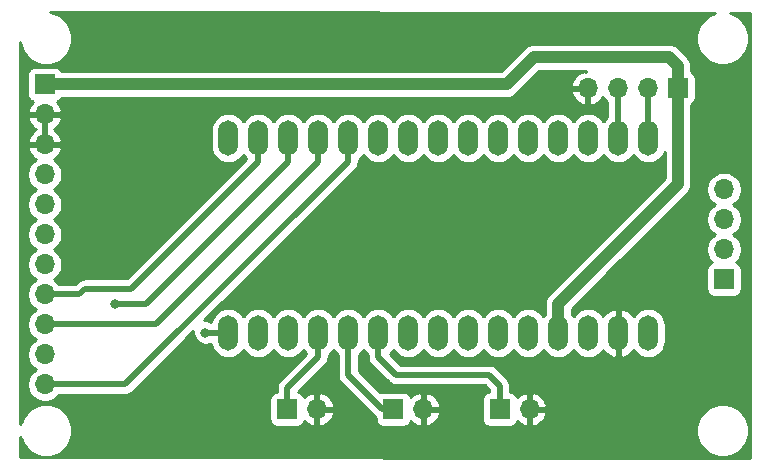
<source format=gbr>
G04 #@! TF.GenerationSoftware,KiCad,Pcbnew,(5.1.5-0-10_14)*
G04 #@! TF.CreationDate,2020-08-07T19:06:48+02:00*
G04 #@! TF.ProjectId,roxie-lcd,726f7869-652d-46c6-9364-2e6b69636164,rev?*
G04 #@! TF.SameCoordinates,Original*
G04 #@! TF.FileFunction,Copper,L1,Top*
G04 #@! TF.FilePolarity,Positive*
%FSLAX46Y46*%
G04 Gerber Fmt 4.6, Leading zero omitted, Abs format (unit mm)*
G04 Created by KiCad (PCBNEW (5.1.5-0-10_14)) date 2020-08-07 19:06:48*
%MOMM*%
%LPD*%
G04 APERTURE LIST*
%ADD10O,1.700000X1.700000*%
%ADD11R,1.700000X1.700000*%
%ADD12O,1.700000X3.000000*%
%ADD13C,0.800000*%
%ADD14C,0.500000*%
%ADD15C,1.000000*%
%ADD16C,0.254000*%
G04 APERTURE END LIST*
D10*
X90000000Y-45380000D03*
X90000000Y-47920000D03*
X90000000Y-50460000D03*
D11*
X90000000Y-53000000D03*
D10*
X73540000Y-64000000D03*
D11*
X71000000Y-64000000D03*
D10*
X64540000Y-64000000D03*
D11*
X62000000Y-64000000D03*
D10*
X55540000Y-64000000D03*
D11*
X53000000Y-64000000D03*
D10*
X32500000Y-61900000D03*
X32500000Y-59360000D03*
X32500000Y-56820000D03*
X32500000Y-54280000D03*
X32500000Y-51740000D03*
X32500000Y-49200000D03*
X32500000Y-46660000D03*
X32500000Y-44120000D03*
X32500000Y-41580000D03*
X32500000Y-39040000D03*
D11*
X32500000Y-36500000D03*
D10*
X78480000Y-36800000D03*
X81020000Y-36800000D03*
X83560000Y-36800000D03*
D11*
X86100000Y-36800000D03*
D12*
X83580000Y-41045000D03*
X81040000Y-41045000D03*
X78500000Y-41045000D03*
X75960000Y-41045000D03*
X73420000Y-41045000D03*
X70880000Y-41045000D03*
X68340000Y-41045000D03*
X65800000Y-41045000D03*
X63260000Y-41045000D03*
X60720000Y-41045000D03*
X58180000Y-41045000D03*
X55640000Y-41045000D03*
X53100000Y-41045000D03*
X50560000Y-41045000D03*
X48020000Y-41045000D03*
X50560000Y-57555000D03*
X83580000Y-57555000D03*
X65800000Y-57555000D03*
X60720000Y-57555000D03*
X63260000Y-57555000D03*
X68340000Y-57555000D03*
X70880000Y-57555000D03*
X55640000Y-57555000D03*
X81040000Y-57555000D03*
X48020000Y-57555000D03*
X75960000Y-57555000D03*
X78500000Y-57555000D03*
X58180000Y-57555000D03*
X53100000Y-57555000D03*
X73420000Y-57555000D03*
D13*
X38400000Y-55100000D03*
X60000000Y-46000000D03*
X60000000Y-49000000D03*
X60000000Y-52000000D03*
X65000000Y-52000000D03*
X65000000Y-49000000D03*
X65000000Y-46000000D03*
X70000000Y-46000000D03*
X70000000Y-49000000D03*
X70000000Y-52000000D03*
X39000000Y-40000000D03*
X43000000Y-40000000D03*
X43000000Y-44000000D03*
X39000000Y-44000000D03*
X39000000Y-48000000D03*
X37000000Y-32000000D03*
X45000000Y-32000000D03*
X53000000Y-32000000D03*
X62000000Y-32000000D03*
X70000000Y-32000000D03*
X79000000Y-32000000D03*
X75000000Y-46000000D03*
X75000000Y-49000000D03*
X90000000Y-38000000D03*
X90000000Y-41200000D03*
X90000000Y-57000000D03*
X90000000Y-62000000D03*
X84000000Y-67000000D03*
X84000000Y-62000000D03*
X78000000Y-62000000D03*
X78000000Y-67000000D03*
X47000000Y-63000000D03*
X47000000Y-67000000D03*
X42000000Y-67000000D03*
X37000000Y-67000000D03*
X75000000Y-37000000D03*
X85000000Y-53000000D03*
X35000000Y-40000000D03*
X35000000Y-44000000D03*
X35000000Y-48000000D03*
X75000000Y-52000000D03*
X79000000Y-46000000D03*
X55000000Y-52000000D03*
X85000000Y-50000000D03*
X42000000Y-63000000D03*
X46100000Y-57500000D03*
D14*
X83560000Y-41025000D02*
X83580000Y-41045000D01*
X83560000Y-36800000D02*
X83560000Y-41025000D01*
X81020000Y-41025000D02*
X81040000Y-41045000D01*
X81020000Y-36800000D02*
X81020000Y-41025000D01*
X41880000Y-56820000D02*
X32500000Y-56820000D01*
X55640000Y-43060000D02*
X41880000Y-56820000D01*
X55640000Y-41045000D02*
X55640000Y-43060000D01*
X58180000Y-41045000D02*
X58180000Y-43045000D01*
X39325000Y-61900000D02*
X32500000Y-61900000D01*
X58180000Y-43045000D02*
X39325000Y-61900000D01*
X50560000Y-41045000D02*
X50560000Y-43045000D01*
X50560000Y-43045000D02*
X45705000Y-47900000D01*
X45705000Y-47900000D02*
X45700000Y-47900000D01*
X45700000Y-47900000D02*
X39800000Y-53800000D01*
X39800000Y-53800000D02*
X35900000Y-53800000D01*
X35420000Y-54280000D02*
X32500000Y-54280000D01*
X35900000Y-53800000D02*
X35420000Y-54280000D01*
X41045000Y-55100000D02*
X38400000Y-55100000D01*
X53100000Y-43045000D02*
X41045000Y-55100000D01*
X53100000Y-41045000D02*
X53100000Y-43045000D01*
D15*
X86100000Y-38650000D02*
X86100000Y-36800000D01*
X86100000Y-44915000D02*
X86100000Y-38650000D01*
X75960000Y-55055000D02*
X86100000Y-44915000D01*
X75960000Y-57555000D02*
X75960000Y-55055000D01*
X86100000Y-34950000D02*
X85350000Y-34200000D01*
X86100000Y-36800000D02*
X86100000Y-34950000D01*
X85350000Y-34200000D02*
X73900000Y-34200000D01*
X71600000Y-36500000D02*
X32500000Y-36500000D01*
X73900000Y-34200000D02*
X71600000Y-36500000D01*
D14*
X60720000Y-59555000D02*
X62265000Y-61100000D01*
X60720000Y-57555000D02*
X60720000Y-59555000D01*
X62265000Y-61100000D02*
X70100000Y-61100000D01*
X71000000Y-62000000D02*
X71000000Y-64000000D01*
X70100000Y-61100000D02*
X71000000Y-62000000D01*
X53000000Y-62195000D02*
X53000000Y-64000000D01*
X55640000Y-57555000D02*
X55640000Y-59555000D01*
X55640000Y-59555000D02*
X53000000Y-62195000D01*
X48020000Y-57555000D02*
X46155000Y-57555000D01*
X46155000Y-57555000D02*
X46100000Y-57500000D01*
X61050000Y-64000000D02*
X62400000Y-64000000D01*
X58180000Y-61130000D02*
X61050000Y-64000000D01*
X58180000Y-57555000D02*
X58180000Y-61130000D01*
D16*
G36*
X89260959Y-30448327D02*
G01*
X89248075Y-30450890D01*
X88841331Y-30619369D01*
X88475271Y-30863962D01*
X88163962Y-31175271D01*
X87919369Y-31541331D01*
X87750890Y-31948075D01*
X87665000Y-32379872D01*
X87665000Y-32820128D01*
X87750890Y-33251925D01*
X87919369Y-33658669D01*
X88163962Y-34024729D01*
X88475271Y-34336038D01*
X88841331Y-34580631D01*
X89248075Y-34749110D01*
X89679872Y-34835000D01*
X90120128Y-34835000D01*
X90551925Y-34749110D01*
X90958669Y-34580631D01*
X91324729Y-34336038D01*
X91636038Y-34024729D01*
X91880631Y-33658669D01*
X92049110Y-33251925D01*
X92135000Y-32820128D01*
X92135000Y-32379872D01*
X92049110Y-31948075D01*
X91880631Y-31541331D01*
X91636038Y-31175271D01*
X91324729Y-30863962D01*
X90958669Y-30619369D01*
X90551925Y-30450890D01*
X90546855Y-30449881D01*
X92173000Y-30451847D01*
X92173000Y-68147846D01*
X30426833Y-68073153D01*
X30424522Y-66319366D01*
X30450890Y-66451925D01*
X30619369Y-66858669D01*
X30863962Y-67224729D01*
X31175271Y-67536038D01*
X31541331Y-67780631D01*
X31948075Y-67949110D01*
X32379872Y-68035000D01*
X32820128Y-68035000D01*
X33251925Y-67949110D01*
X33658669Y-67780631D01*
X34024729Y-67536038D01*
X34336038Y-67224729D01*
X34580631Y-66858669D01*
X34749110Y-66451925D01*
X34835000Y-66020128D01*
X34835000Y-65579872D01*
X87665000Y-65579872D01*
X87665000Y-66020128D01*
X87750890Y-66451925D01*
X87919369Y-66858669D01*
X88163962Y-67224729D01*
X88475271Y-67536038D01*
X88841331Y-67780631D01*
X89248075Y-67949110D01*
X89679872Y-68035000D01*
X90120128Y-68035000D01*
X90551925Y-67949110D01*
X90958669Y-67780631D01*
X91324729Y-67536038D01*
X91636038Y-67224729D01*
X91880631Y-66858669D01*
X92049110Y-66451925D01*
X92135000Y-66020128D01*
X92135000Y-65579872D01*
X92049110Y-65148075D01*
X91880631Y-64741331D01*
X91636038Y-64375271D01*
X91324729Y-64063962D01*
X90958669Y-63819369D01*
X90551925Y-63650890D01*
X90120128Y-63565000D01*
X89679872Y-63565000D01*
X89248075Y-63650890D01*
X88841331Y-63819369D01*
X88475271Y-64063962D01*
X88163962Y-64375271D01*
X87919369Y-64741331D01*
X87750890Y-65148075D01*
X87665000Y-65579872D01*
X34835000Y-65579872D01*
X34749110Y-65148075D01*
X34580631Y-64741331D01*
X34336038Y-64375271D01*
X34024729Y-64063962D01*
X33658669Y-63819369D01*
X33251925Y-63650890D01*
X32820128Y-63565000D01*
X32379872Y-63565000D01*
X31948075Y-63650890D01*
X31541331Y-63819369D01*
X31175271Y-64063962D01*
X30863962Y-64375271D01*
X30619369Y-64741331D01*
X30450890Y-65148075D01*
X30423163Y-65287469D01*
X30389052Y-39396890D01*
X31058524Y-39396890D01*
X31103175Y-39544099D01*
X31228359Y-39806920D01*
X31402412Y-40040269D01*
X31618645Y-40235178D01*
X31744255Y-40310000D01*
X31618645Y-40384822D01*
X31402412Y-40579731D01*
X31228359Y-40813080D01*
X31103175Y-41075901D01*
X31058524Y-41223110D01*
X31179845Y-41453000D01*
X32373000Y-41453000D01*
X32373000Y-39167000D01*
X32627000Y-39167000D01*
X32627000Y-41453000D01*
X33820155Y-41453000D01*
X33941476Y-41223110D01*
X33896825Y-41075901D01*
X33771641Y-40813080D01*
X33597588Y-40579731D01*
X33381355Y-40384822D01*
X33255745Y-40310000D01*
X33381355Y-40235178D01*
X33597588Y-40040269D01*
X33771641Y-39806920D01*
X33896825Y-39544099D01*
X33941476Y-39396890D01*
X33820155Y-39167000D01*
X32627000Y-39167000D01*
X32373000Y-39167000D01*
X31179845Y-39167000D01*
X31058524Y-39396890D01*
X30389052Y-39396890D01*
X30384115Y-35650000D01*
X31011928Y-35650000D01*
X31011928Y-37350000D01*
X31024188Y-37474482D01*
X31060498Y-37594180D01*
X31119463Y-37704494D01*
X31198815Y-37801185D01*
X31295506Y-37880537D01*
X31405820Y-37939502D01*
X31486466Y-37963966D01*
X31402412Y-38039731D01*
X31228359Y-38273080D01*
X31103175Y-38535901D01*
X31058524Y-38683110D01*
X31179845Y-38913000D01*
X32373000Y-38913000D01*
X32373000Y-38893000D01*
X32627000Y-38893000D01*
X32627000Y-38913000D01*
X33820155Y-38913000D01*
X33941476Y-38683110D01*
X33896825Y-38535901D01*
X33771641Y-38273080D01*
X33597588Y-38039731D01*
X33513534Y-37963966D01*
X33594180Y-37939502D01*
X33704494Y-37880537D01*
X33801185Y-37801185D01*
X33880537Y-37704494D01*
X33917683Y-37635000D01*
X71544249Y-37635000D01*
X71600000Y-37640491D01*
X71655751Y-37635000D01*
X71655752Y-37635000D01*
X71822499Y-37618577D01*
X72036447Y-37553676D01*
X72233623Y-37448284D01*
X72406449Y-37306449D01*
X72441996Y-37263135D01*
X72548240Y-37156891D01*
X77038519Y-37156891D01*
X77135843Y-37431252D01*
X77284822Y-37681355D01*
X77479731Y-37897588D01*
X77713080Y-38071641D01*
X77975901Y-38196825D01*
X78123110Y-38241476D01*
X78353000Y-38120155D01*
X78353000Y-36927000D01*
X77159186Y-36927000D01*
X77038519Y-37156891D01*
X72548240Y-37156891D01*
X74370132Y-35335000D01*
X78352998Y-35335000D01*
X78352998Y-35479844D01*
X78123110Y-35358524D01*
X77975901Y-35403175D01*
X77713080Y-35528359D01*
X77479731Y-35702412D01*
X77284822Y-35918645D01*
X77135843Y-36168748D01*
X77038519Y-36443109D01*
X77159186Y-36673000D01*
X78353000Y-36673000D01*
X78353000Y-36653000D01*
X78607000Y-36653000D01*
X78607000Y-36673000D01*
X78627000Y-36673000D01*
X78627000Y-36927000D01*
X78607000Y-36927000D01*
X78607000Y-38120155D01*
X78836890Y-38241476D01*
X78984099Y-38196825D01*
X79246920Y-38071641D01*
X79480269Y-37897588D01*
X79675178Y-37681355D01*
X79744805Y-37564466D01*
X79866525Y-37746632D01*
X80073368Y-37953475D01*
X80135000Y-37994656D01*
X80135001Y-39216654D01*
X79984867Y-39339866D01*
X79799295Y-39565986D01*
X79770000Y-39620792D01*
X79740706Y-39565986D01*
X79555134Y-39339866D01*
X79329014Y-39154294D01*
X79071034Y-39016401D01*
X78791111Y-38931487D01*
X78500000Y-38902815D01*
X78208890Y-38931487D01*
X77928967Y-39016401D01*
X77670987Y-39154294D01*
X77444867Y-39339866D01*
X77259295Y-39565986D01*
X77230000Y-39620792D01*
X77200706Y-39565986D01*
X77015134Y-39339866D01*
X76789014Y-39154294D01*
X76531034Y-39016401D01*
X76251111Y-38931487D01*
X75960000Y-38902815D01*
X75668890Y-38931487D01*
X75388967Y-39016401D01*
X75130987Y-39154294D01*
X74904867Y-39339866D01*
X74719295Y-39565986D01*
X74690000Y-39620792D01*
X74660706Y-39565986D01*
X74475134Y-39339866D01*
X74249014Y-39154294D01*
X73991034Y-39016401D01*
X73711111Y-38931487D01*
X73420000Y-38902815D01*
X73128890Y-38931487D01*
X72848967Y-39016401D01*
X72590987Y-39154294D01*
X72364867Y-39339866D01*
X72179295Y-39565986D01*
X72150000Y-39620792D01*
X72120706Y-39565986D01*
X71935134Y-39339866D01*
X71709014Y-39154294D01*
X71451034Y-39016401D01*
X71171111Y-38931487D01*
X70880000Y-38902815D01*
X70588890Y-38931487D01*
X70308967Y-39016401D01*
X70050987Y-39154294D01*
X69824867Y-39339866D01*
X69639295Y-39565986D01*
X69610000Y-39620792D01*
X69580706Y-39565986D01*
X69395134Y-39339866D01*
X69169014Y-39154294D01*
X68911034Y-39016401D01*
X68631111Y-38931487D01*
X68340000Y-38902815D01*
X68048890Y-38931487D01*
X67768967Y-39016401D01*
X67510987Y-39154294D01*
X67284867Y-39339866D01*
X67099295Y-39565986D01*
X67070000Y-39620792D01*
X67040706Y-39565986D01*
X66855134Y-39339866D01*
X66629014Y-39154294D01*
X66371034Y-39016401D01*
X66091111Y-38931487D01*
X65800000Y-38902815D01*
X65508890Y-38931487D01*
X65228967Y-39016401D01*
X64970987Y-39154294D01*
X64744867Y-39339866D01*
X64559295Y-39565986D01*
X64530000Y-39620792D01*
X64500706Y-39565986D01*
X64315134Y-39339866D01*
X64089014Y-39154294D01*
X63831034Y-39016401D01*
X63551111Y-38931487D01*
X63260000Y-38902815D01*
X62968890Y-38931487D01*
X62688967Y-39016401D01*
X62430987Y-39154294D01*
X62204867Y-39339866D01*
X62019295Y-39565986D01*
X61990000Y-39620792D01*
X61960706Y-39565986D01*
X61775134Y-39339866D01*
X61549014Y-39154294D01*
X61291034Y-39016401D01*
X61011111Y-38931487D01*
X60720000Y-38902815D01*
X60428890Y-38931487D01*
X60148967Y-39016401D01*
X59890987Y-39154294D01*
X59664867Y-39339866D01*
X59479295Y-39565986D01*
X59450000Y-39620792D01*
X59420706Y-39565986D01*
X59235134Y-39339866D01*
X59009014Y-39154294D01*
X58751034Y-39016401D01*
X58471111Y-38931487D01*
X58180000Y-38902815D01*
X57888890Y-38931487D01*
X57608967Y-39016401D01*
X57350987Y-39154294D01*
X57124867Y-39339866D01*
X56939295Y-39565986D01*
X56910000Y-39620792D01*
X56880706Y-39565986D01*
X56695134Y-39339866D01*
X56469014Y-39154294D01*
X56211034Y-39016401D01*
X55931111Y-38931487D01*
X55640000Y-38902815D01*
X55348890Y-38931487D01*
X55068967Y-39016401D01*
X54810987Y-39154294D01*
X54584867Y-39339866D01*
X54399295Y-39565986D01*
X54370000Y-39620792D01*
X54340706Y-39565986D01*
X54155134Y-39339866D01*
X53929014Y-39154294D01*
X53671034Y-39016401D01*
X53391111Y-38931487D01*
X53100000Y-38902815D01*
X52808890Y-38931487D01*
X52528967Y-39016401D01*
X52270987Y-39154294D01*
X52044867Y-39339866D01*
X51859295Y-39565986D01*
X51830000Y-39620792D01*
X51800706Y-39565986D01*
X51615134Y-39339866D01*
X51389014Y-39154294D01*
X51131034Y-39016401D01*
X50851111Y-38931487D01*
X50560000Y-38902815D01*
X50268890Y-38931487D01*
X49988967Y-39016401D01*
X49730987Y-39154294D01*
X49504867Y-39339866D01*
X49319295Y-39565986D01*
X49290000Y-39620792D01*
X49260706Y-39565986D01*
X49075134Y-39339866D01*
X48849014Y-39154294D01*
X48591034Y-39016401D01*
X48311111Y-38931487D01*
X48020000Y-38902815D01*
X47728890Y-38931487D01*
X47448967Y-39016401D01*
X47190987Y-39154294D01*
X46964867Y-39339866D01*
X46779295Y-39565986D01*
X46641401Y-39823966D01*
X46556487Y-40103889D01*
X46535000Y-40322050D01*
X46535000Y-41767949D01*
X46556487Y-41986110D01*
X46641401Y-42266033D01*
X46779294Y-42524013D01*
X46964866Y-42750134D01*
X47190986Y-42935706D01*
X47448966Y-43073599D01*
X47728889Y-43158513D01*
X48020000Y-43187185D01*
X48311110Y-43158513D01*
X48591033Y-43073599D01*
X48849013Y-42935706D01*
X49075134Y-42750134D01*
X49260706Y-42524014D01*
X49290000Y-42469208D01*
X49319294Y-42524013D01*
X49504866Y-42750134D01*
X49558923Y-42794498D01*
X45132842Y-47220580D01*
X45104953Y-47243468D01*
X45104951Y-47243470D01*
X45071183Y-47271183D01*
X45043470Y-47304951D01*
X39433422Y-52915000D01*
X35943469Y-52915000D01*
X35900000Y-52910719D01*
X35856531Y-52915000D01*
X35856523Y-52915000D01*
X35726510Y-52927805D01*
X35559686Y-52978411D01*
X35482814Y-53019500D01*
X35405941Y-53060589D01*
X35271183Y-53171183D01*
X35243468Y-53204954D01*
X35053422Y-53395000D01*
X33694656Y-53395000D01*
X33653475Y-53333368D01*
X33446632Y-53126525D01*
X33272240Y-53010000D01*
X33446632Y-52893475D01*
X33653475Y-52686632D01*
X33815990Y-52443411D01*
X33927932Y-52173158D01*
X33985000Y-51886260D01*
X33985000Y-51593740D01*
X33927932Y-51306842D01*
X33815990Y-51036589D01*
X33653475Y-50793368D01*
X33446632Y-50586525D01*
X33272240Y-50470000D01*
X33446632Y-50353475D01*
X33653475Y-50146632D01*
X33815990Y-49903411D01*
X33927932Y-49633158D01*
X33985000Y-49346260D01*
X33985000Y-49053740D01*
X33927932Y-48766842D01*
X33815990Y-48496589D01*
X33653475Y-48253368D01*
X33446632Y-48046525D01*
X33272240Y-47930000D01*
X33446632Y-47813475D01*
X33653475Y-47606632D01*
X33815990Y-47363411D01*
X33927932Y-47093158D01*
X33985000Y-46806260D01*
X33985000Y-46513740D01*
X33927932Y-46226842D01*
X33815990Y-45956589D01*
X33653475Y-45713368D01*
X33446632Y-45506525D01*
X33272240Y-45390000D01*
X33446632Y-45273475D01*
X33653475Y-45066632D01*
X33815990Y-44823411D01*
X33927932Y-44553158D01*
X33985000Y-44266260D01*
X33985000Y-43973740D01*
X33927932Y-43686842D01*
X33815990Y-43416589D01*
X33653475Y-43173368D01*
X33446632Y-42966525D01*
X33264466Y-42844805D01*
X33381355Y-42775178D01*
X33597588Y-42580269D01*
X33771641Y-42346920D01*
X33896825Y-42084099D01*
X33941476Y-41936890D01*
X33820155Y-41707000D01*
X32627000Y-41707000D01*
X32627000Y-41727000D01*
X32373000Y-41727000D01*
X32373000Y-41707000D01*
X31179845Y-41707000D01*
X31058524Y-41936890D01*
X31103175Y-42084099D01*
X31228359Y-42346920D01*
X31402412Y-42580269D01*
X31618645Y-42775178D01*
X31735534Y-42844805D01*
X31553368Y-42966525D01*
X31346525Y-43173368D01*
X31184010Y-43416589D01*
X31072068Y-43686842D01*
X31015000Y-43973740D01*
X31015000Y-44266260D01*
X31072068Y-44553158D01*
X31184010Y-44823411D01*
X31346525Y-45066632D01*
X31553368Y-45273475D01*
X31727760Y-45390000D01*
X31553368Y-45506525D01*
X31346525Y-45713368D01*
X31184010Y-45956589D01*
X31072068Y-46226842D01*
X31015000Y-46513740D01*
X31015000Y-46806260D01*
X31072068Y-47093158D01*
X31184010Y-47363411D01*
X31346525Y-47606632D01*
X31553368Y-47813475D01*
X31727760Y-47930000D01*
X31553368Y-48046525D01*
X31346525Y-48253368D01*
X31184010Y-48496589D01*
X31072068Y-48766842D01*
X31015000Y-49053740D01*
X31015000Y-49346260D01*
X31072068Y-49633158D01*
X31184010Y-49903411D01*
X31346525Y-50146632D01*
X31553368Y-50353475D01*
X31727760Y-50470000D01*
X31553368Y-50586525D01*
X31346525Y-50793368D01*
X31184010Y-51036589D01*
X31072068Y-51306842D01*
X31015000Y-51593740D01*
X31015000Y-51886260D01*
X31072068Y-52173158D01*
X31184010Y-52443411D01*
X31346525Y-52686632D01*
X31553368Y-52893475D01*
X31727760Y-53010000D01*
X31553368Y-53126525D01*
X31346525Y-53333368D01*
X31184010Y-53576589D01*
X31072068Y-53846842D01*
X31015000Y-54133740D01*
X31015000Y-54426260D01*
X31072068Y-54713158D01*
X31184010Y-54983411D01*
X31346525Y-55226632D01*
X31553368Y-55433475D01*
X31727760Y-55550000D01*
X31553368Y-55666525D01*
X31346525Y-55873368D01*
X31184010Y-56116589D01*
X31072068Y-56386842D01*
X31015000Y-56673740D01*
X31015000Y-56966260D01*
X31072068Y-57253158D01*
X31184010Y-57523411D01*
X31346525Y-57766632D01*
X31553368Y-57973475D01*
X31727760Y-58090000D01*
X31553368Y-58206525D01*
X31346525Y-58413368D01*
X31184010Y-58656589D01*
X31072068Y-58926842D01*
X31015000Y-59213740D01*
X31015000Y-59506260D01*
X31072068Y-59793158D01*
X31184010Y-60063411D01*
X31346525Y-60306632D01*
X31553368Y-60513475D01*
X31727760Y-60630000D01*
X31553368Y-60746525D01*
X31346525Y-60953368D01*
X31184010Y-61196589D01*
X31072068Y-61466842D01*
X31015000Y-61753740D01*
X31015000Y-62046260D01*
X31072068Y-62333158D01*
X31184010Y-62603411D01*
X31346525Y-62846632D01*
X31553368Y-63053475D01*
X31796589Y-63215990D01*
X32066842Y-63327932D01*
X32353740Y-63385000D01*
X32646260Y-63385000D01*
X32933158Y-63327932D01*
X33203411Y-63215990D01*
X33446632Y-63053475D01*
X33653475Y-62846632D01*
X33694656Y-62785000D01*
X39281531Y-62785000D01*
X39325000Y-62789281D01*
X39368469Y-62785000D01*
X39368477Y-62785000D01*
X39498490Y-62772195D01*
X39665313Y-62721589D01*
X39819059Y-62639411D01*
X39953817Y-62528817D01*
X39981534Y-62495044D01*
X45065000Y-57411578D01*
X45065000Y-57601939D01*
X45104774Y-57801898D01*
X45182795Y-57990256D01*
X45296063Y-58159774D01*
X45440226Y-58303937D01*
X45609744Y-58417205D01*
X45798102Y-58495226D01*
X45998061Y-58535000D01*
X46201939Y-58535000D01*
X46401898Y-58495226D01*
X46535224Y-58440000D01*
X46550961Y-58440000D01*
X46556487Y-58496111D01*
X46641401Y-58776034D01*
X46779295Y-59034014D01*
X46964867Y-59260134D01*
X47190987Y-59445706D01*
X47448967Y-59583599D01*
X47728890Y-59668513D01*
X48020000Y-59697185D01*
X48311111Y-59668513D01*
X48591034Y-59583599D01*
X48849014Y-59445706D01*
X49075134Y-59260134D01*
X49260706Y-59034014D01*
X49290000Y-58979208D01*
X49319295Y-59034014D01*
X49504867Y-59260134D01*
X49730987Y-59445706D01*
X49988967Y-59583599D01*
X50268890Y-59668513D01*
X50560000Y-59697185D01*
X50851111Y-59668513D01*
X51131034Y-59583599D01*
X51389014Y-59445706D01*
X51615134Y-59260134D01*
X51800706Y-59034014D01*
X51830000Y-58979208D01*
X51859295Y-59034014D01*
X52044867Y-59260134D01*
X52270987Y-59445706D01*
X52528967Y-59583599D01*
X52808890Y-59668513D01*
X53100000Y-59697185D01*
X53391111Y-59668513D01*
X53671034Y-59583599D01*
X53929014Y-59445706D01*
X54155134Y-59260134D01*
X54340706Y-59034014D01*
X54370000Y-58979208D01*
X54399295Y-59034014D01*
X54584867Y-59260134D01*
X54638924Y-59304497D01*
X52404956Y-61538466D01*
X52371183Y-61566183D01*
X52260589Y-61700942D01*
X52178411Y-61854688D01*
X52149016Y-61951589D01*
X52133665Y-62002195D01*
X52127805Y-62021511D01*
X52115000Y-62151524D01*
X52115000Y-62151531D01*
X52110719Y-62195000D01*
X52115000Y-62238469D01*
X52115000Y-62515375D01*
X52025518Y-62524188D01*
X51905820Y-62560498D01*
X51795506Y-62619463D01*
X51698815Y-62698815D01*
X51619463Y-62795506D01*
X51560498Y-62905820D01*
X51524188Y-63025518D01*
X51511928Y-63150000D01*
X51511928Y-64850000D01*
X51524188Y-64974482D01*
X51560498Y-65094180D01*
X51619463Y-65204494D01*
X51698815Y-65301185D01*
X51795506Y-65380537D01*
X51905820Y-65439502D01*
X52025518Y-65475812D01*
X52150000Y-65488072D01*
X53850000Y-65488072D01*
X53974482Y-65475812D01*
X54094180Y-65439502D01*
X54204494Y-65380537D01*
X54301185Y-65301185D01*
X54380537Y-65204494D01*
X54439502Y-65094180D01*
X54463966Y-65013534D01*
X54539731Y-65097588D01*
X54773080Y-65271641D01*
X55035901Y-65396825D01*
X55183110Y-65441476D01*
X55413000Y-65320155D01*
X55413000Y-64127000D01*
X55667000Y-64127000D01*
X55667000Y-65320155D01*
X55896890Y-65441476D01*
X56044099Y-65396825D01*
X56306920Y-65271641D01*
X56540269Y-65097588D01*
X56735178Y-64881355D01*
X56884157Y-64631252D01*
X56981481Y-64356891D01*
X56860814Y-64127000D01*
X55667000Y-64127000D01*
X55413000Y-64127000D01*
X55393000Y-64127000D01*
X55393000Y-63873000D01*
X55413000Y-63873000D01*
X55413000Y-62679845D01*
X55667000Y-62679845D01*
X55667000Y-63873000D01*
X56860814Y-63873000D01*
X56981481Y-63643109D01*
X56884157Y-63368748D01*
X56735178Y-63118645D01*
X56540269Y-62902412D01*
X56306920Y-62728359D01*
X56044099Y-62603175D01*
X55896890Y-62558524D01*
X55667000Y-62679845D01*
X55413000Y-62679845D01*
X55183110Y-62558524D01*
X55035901Y-62603175D01*
X54773080Y-62728359D01*
X54539731Y-62902412D01*
X54463966Y-62986466D01*
X54439502Y-62905820D01*
X54380537Y-62795506D01*
X54301185Y-62698815D01*
X54204494Y-62619463D01*
X54094180Y-62560498D01*
X53974482Y-62524188D01*
X53927061Y-62519518D01*
X56235049Y-60211530D01*
X56268817Y-60183817D01*
X56296533Y-60150046D01*
X56379411Y-60049059D01*
X56461588Y-59895314D01*
X56461589Y-59895313D01*
X56512195Y-59728490D01*
X56525000Y-59598477D01*
X56525000Y-59598469D01*
X56529281Y-59555000D01*
X56525000Y-59511531D01*
X56525000Y-59399759D01*
X56695134Y-59260134D01*
X56880706Y-59034014D01*
X56910000Y-58979208D01*
X56939295Y-59034014D01*
X57124867Y-59260134D01*
X57295001Y-59399759D01*
X57295001Y-61086521D01*
X57290719Y-61130000D01*
X57307805Y-61303490D01*
X57358412Y-61470313D01*
X57440590Y-61624059D01*
X57523468Y-61725046D01*
X57523471Y-61725049D01*
X57551184Y-61758817D01*
X57584951Y-61786529D01*
X60393470Y-64595049D01*
X60421183Y-64628817D01*
X60454951Y-64656530D01*
X60454953Y-64656532D01*
X60511928Y-64703290D01*
X60511928Y-64850000D01*
X60524188Y-64974482D01*
X60560498Y-65094180D01*
X60619463Y-65204494D01*
X60698815Y-65301185D01*
X60795506Y-65380537D01*
X60905820Y-65439502D01*
X61025518Y-65475812D01*
X61150000Y-65488072D01*
X62850000Y-65488072D01*
X62974482Y-65475812D01*
X63094180Y-65439502D01*
X63204494Y-65380537D01*
X63301185Y-65301185D01*
X63380537Y-65204494D01*
X63439502Y-65094180D01*
X63463966Y-65013534D01*
X63539731Y-65097588D01*
X63773080Y-65271641D01*
X64035901Y-65396825D01*
X64183110Y-65441476D01*
X64413000Y-65320155D01*
X64413000Y-64127000D01*
X64667000Y-64127000D01*
X64667000Y-65320155D01*
X64896890Y-65441476D01*
X65044099Y-65396825D01*
X65306920Y-65271641D01*
X65540269Y-65097588D01*
X65735178Y-64881355D01*
X65884157Y-64631252D01*
X65981481Y-64356891D01*
X65860814Y-64127000D01*
X64667000Y-64127000D01*
X64413000Y-64127000D01*
X64393000Y-64127000D01*
X64393000Y-63873000D01*
X64413000Y-63873000D01*
X64413000Y-62679845D01*
X64667000Y-62679845D01*
X64667000Y-63873000D01*
X65860814Y-63873000D01*
X65981481Y-63643109D01*
X65884157Y-63368748D01*
X65735178Y-63118645D01*
X65540269Y-62902412D01*
X65306920Y-62728359D01*
X65044099Y-62603175D01*
X64896890Y-62558524D01*
X64667000Y-62679845D01*
X64413000Y-62679845D01*
X64183110Y-62558524D01*
X64035901Y-62603175D01*
X63773080Y-62728359D01*
X63539731Y-62902412D01*
X63463966Y-62986466D01*
X63439502Y-62905820D01*
X63380537Y-62795506D01*
X63301185Y-62698815D01*
X63204494Y-62619463D01*
X63094180Y-62560498D01*
X62974482Y-62524188D01*
X62850000Y-62511928D01*
X61150000Y-62511928D01*
X61025518Y-62524188D01*
X60905820Y-62560498D01*
X60877314Y-62575735D01*
X59065000Y-60763422D01*
X59065000Y-59399759D01*
X59235134Y-59260134D01*
X59420706Y-59034014D01*
X59450000Y-58979208D01*
X59479295Y-59034014D01*
X59664867Y-59260134D01*
X59835001Y-59399759D01*
X59835001Y-59511521D01*
X59830719Y-59555000D01*
X59847805Y-59728490D01*
X59898412Y-59895313D01*
X59980590Y-60049059D01*
X60063468Y-60150046D01*
X60063469Y-60150047D01*
X60091184Y-60183817D01*
X60124951Y-60211529D01*
X61608470Y-61695049D01*
X61636183Y-61728817D01*
X61669951Y-61756530D01*
X61669953Y-61756532D01*
X61741452Y-61815210D01*
X61770941Y-61839411D01*
X61924687Y-61921589D01*
X62039847Y-61956523D01*
X62091509Y-61972195D01*
X62106306Y-61973652D01*
X62221523Y-61985000D01*
X62221531Y-61985000D01*
X62265000Y-61989281D01*
X62308469Y-61985000D01*
X69733422Y-61985000D01*
X70115000Y-62366579D01*
X70115000Y-62515375D01*
X70025518Y-62524188D01*
X69905820Y-62560498D01*
X69795506Y-62619463D01*
X69698815Y-62698815D01*
X69619463Y-62795506D01*
X69560498Y-62905820D01*
X69524188Y-63025518D01*
X69511928Y-63150000D01*
X69511928Y-64850000D01*
X69524188Y-64974482D01*
X69560498Y-65094180D01*
X69619463Y-65204494D01*
X69698815Y-65301185D01*
X69795506Y-65380537D01*
X69905820Y-65439502D01*
X70025518Y-65475812D01*
X70150000Y-65488072D01*
X71850000Y-65488072D01*
X71974482Y-65475812D01*
X72094180Y-65439502D01*
X72204494Y-65380537D01*
X72301185Y-65301185D01*
X72380537Y-65204494D01*
X72439502Y-65094180D01*
X72463966Y-65013534D01*
X72539731Y-65097588D01*
X72773080Y-65271641D01*
X73035901Y-65396825D01*
X73183110Y-65441476D01*
X73413000Y-65320155D01*
X73413000Y-64127000D01*
X73667000Y-64127000D01*
X73667000Y-65320155D01*
X73896890Y-65441476D01*
X74044099Y-65396825D01*
X74306920Y-65271641D01*
X74540269Y-65097588D01*
X74735178Y-64881355D01*
X74884157Y-64631252D01*
X74981481Y-64356891D01*
X74860814Y-64127000D01*
X73667000Y-64127000D01*
X73413000Y-64127000D01*
X73393000Y-64127000D01*
X73393000Y-63873000D01*
X73413000Y-63873000D01*
X73413000Y-62679845D01*
X73667000Y-62679845D01*
X73667000Y-63873000D01*
X74860814Y-63873000D01*
X74981481Y-63643109D01*
X74884157Y-63368748D01*
X74735178Y-63118645D01*
X74540269Y-62902412D01*
X74306920Y-62728359D01*
X74044099Y-62603175D01*
X73896890Y-62558524D01*
X73667000Y-62679845D01*
X73413000Y-62679845D01*
X73183110Y-62558524D01*
X73035901Y-62603175D01*
X72773080Y-62728359D01*
X72539731Y-62902412D01*
X72463966Y-62986466D01*
X72439502Y-62905820D01*
X72380537Y-62795506D01*
X72301185Y-62698815D01*
X72204494Y-62619463D01*
X72094180Y-62560498D01*
X71974482Y-62524188D01*
X71885000Y-62515375D01*
X71885000Y-62043465D01*
X71889281Y-61999999D01*
X71885000Y-61956533D01*
X71885000Y-61956523D01*
X71872195Y-61826510D01*
X71821589Y-61659687D01*
X71739411Y-61505941D01*
X71685551Y-61440313D01*
X71656532Y-61404953D01*
X71656530Y-61404951D01*
X71628817Y-61371183D01*
X71595050Y-61343471D01*
X70756534Y-60504956D01*
X70728817Y-60471183D01*
X70594059Y-60360589D01*
X70440313Y-60278411D01*
X70273490Y-60227805D01*
X70143477Y-60215000D01*
X70143469Y-60215000D01*
X70100000Y-60210719D01*
X70056531Y-60215000D01*
X62631579Y-60215000D01*
X61721076Y-59304498D01*
X61775134Y-59260134D01*
X61960706Y-59034014D01*
X61990000Y-58979208D01*
X62019295Y-59034014D01*
X62204867Y-59260134D01*
X62430987Y-59445706D01*
X62688967Y-59583599D01*
X62968890Y-59668513D01*
X63260000Y-59697185D01*
X63551111Y-59668513D01*
X63831034Y-59583599D01*
X64089014Y-59445706D01*
X64315134Y-59260134D01*
X64500706Y-59034014D01*
X64530000Y-58979208D01*
X64559295Y-59034014D01*
X64744867Y-59260134D01*
X64970987Y-59445706D01*
X65228967Y-59583599D01*
X65508890Y-59668513D01*
X65800000Y-59697185D01*
X66091111Y-59668513D01*
X66371034Y-59583599D01*
X66629014Y-59445706D01*
X66855134Y-59260134D01*
X67040706Y-59034014D01*
X67070000Y-58979208D01*
X67099295Y-59034014D01*
X67284867Y-59260134D01*
X67510987Y-59445706D01*
X67768967Y-59583599D01*
X68048890Y-59668513D01*
X68340000Y-59697185D01*
X68631111Y-59668513D01*
X68911034Y-59583599D01*
X69169014Y-59445706D01*
X69395134Y-59260134D01*
X69580706Y-59034014D01*
X69610000Y-58979208D01*
X69639295Y-59034014D01*
X69824867Y-59260134D01*
X70050987Y-59445706D01*
X70308967Y-59583599D01*
X70588890Y-59668513D01*
X70880000Y-59697185D01*
X71171111Y-59668513D01*
X71451034Y-59583599D01*
X71709014Y-59445706D01*
X71935134Y-59260134D01*
X72120706Y-59034014D01*
X72150000Y-58979208D01*
X72179295Y-59034014D01*
X72364867Y-59260134D01*
X72590987Y-59445706D01*
X72848967Y-59583599D01*
X73128890Y-59668513D01*
X73420000Y-59697185D01*
X73711111Y-59668513D01*
X73991034Y-59583599D01*
X74249014Y-59445706D01*
X74475134Y-59260134D01*
X74660706Y-59034014D01*
X74690000Y-58979208D01*
X74719295Y-59034014D01*
X74904867Y-59260134D01*
X75130987Y-59445706D01*
X75388967Y-59583599D01*
X75668890Y-59668513D01*
X75960000Y-59697185D01*
X76251111Y-59668513D01*
X76531034Y-59583599D01*
X76789014Y-59445706D01*
X77015134Y-59260134D01*
X77200706Y-59034014D01*
X77230000Y-58979208D01*
X77259295Y-59034014D01*
X77444867Y-59260134D01*
X77670987Y-59445706D01*
X77928967Y-59583599D01*
X78208890Y-59668513D01*
X78500000Y-59697185D01*
X78791111Y-59668513D01*
X79071034Y-59583599D01*
X79329014Y-59445706D01*
X79555134Y-59260134D01*
X79740706Y-59034014D01*
X79771895Y-58975663D01*
X79875824Y-59135619D01*
X80079748Y-59344857D01*
X80320574Y-59510291D01*
X80589047Y-59625563D01*
X80683110Y-59646476D01*
X80913000Y-59525155D01*
X80913000Y-57682000D01*
X80893000Y-57682000D01*
X80893000Y-57428000D01*
X80913000Y-57428000D01*
X80913000Y-55584845D01*
X81167000Y-55584845D01*
X81167000Y-57428000D01*
X81187000Y-57428000D01*
X81187000Y-57682000D01*
X81167000Y-57682000D01*
X81167000Y-59525155D01*
X81396890Y-59646476D01*
X81490953Y-59625563D01*
X81759426Y-59510291D01*
X82000252Y-59344857D01*
X82204176Y-59135619D01*
X82308105Y-58975662D01*
X82339295Y-59034014D01*
X82524867Y-59260134D01*
X82750987Y-59445706D01*
X83008967Y-59583599D01*
X83288890Y-59668513D01*
X83580000Y-59697185D01*
X83871111Y-59668513D01*
X84151034Y-59583599D01*
X84409014Y-59445706D01*
X84635134Y-59260134D01*
X84820706Y-59034014D01*
X84958599Y-58776034D01*
X85043513Y-58496111D01*
X85065000Y-58277950D01*
X85065000Y-56832050D01*
X85043513Y-56613889D01*
X84958599Y-56333966D01*
X84820706Y-56075986D01*
X84635134Y-55849866D01*
X84409013Y-55664294D01*
X84151033Y-55526401D01*
X83871110Y-55441487D01*
X83580000Y-55412815D01*
X83288889Y-55441487D01*
X83008966Y-55526401D01*
X82750986Y-55664294D01*
X82524866Y-55849866D01*
X82339294Y-56075987D01*
X82308105Y-56134338D01*
X82204176Y-55974381D01*
X82000252Y-55765143D01*
X81759426Y-55599709D01*
X81490953Y-55484437D01*
X81396890Y-55463524D01*
X81167000Y-55584845D01*
X80913000Y-55584845D01*
X80683110Y-55463524D01*
X80589047Y-55484437D01*
X80320574Y-55599709D01*
X80079748Y-55765143D01*
X79875824Y-55974381D01*
X79771895Y-56134337D01*
X79740706Y-56075986D01*
X79555134Y-55849866D01*
X79329013Y-55664294D01*
X79071033Y-55526401D01*
X78791110Y-55441487D01*
X78500000Y-55412815D01*
X78208889Y-55441487D01*
X77928966Y-55526401D01*
X77670986Y-55664294D01*
X77444866Y-55849866D01*
X77259294Y-56075987D01*
X77230000Y-56130792D01*
X77200706Y-56075986D01*
X77095000Y-55947183D01*
X77095000Y-55525131D01*
X80470131Y-52150000D01*
X88511928Y-52150000D01*
X88511928Y-53850000D01*
X88524188Y-53974482D01*
X88560498Y-54094180D01*
X88619463Y-54204494D01*
X88698815Y-54301185D01*
X88795506Y-54380537D01*
X88905820Y-54439502D01*
X89025518Y-54475812D01*
X89150000Y-54488072D01*
X90850000Y-54488072D01*
X90974482Y-54475812D01*
X91094180Y-54439502D01*
X91204494Y-54380537D01*
X91301185Y-54301185D01*
X91380537Y-54204494D01*
X91439502Y-54094180D01*
X91475812Y-53974482D01*
X91488072Y-53850000D01*
X91488072Y-52150000D01*
X91475812Y-52025518D01*
X91439502Y-51905820D01*
X91380537Y-51795506D01*
X91301185Y-51698815D01*
X91204494Y-51619463D01*
X91094180Y-51560498D01*
X91021620Y-51538487D01*
X91153475Y-51406632D01*
X91315990Y-51163411D01*
X91427932Y-50893158D01*
X91485000Y-50606260D01*
X91485000Y-50313740D01*
X91427932Y-50026842D01*
X91315990Y-49756589D01*
X91153475Y-49513368D01*
X90946632Y-49306525D01*
X90772240Y-49190000D01*
X90946632Y-49073475D01*
X91153475Y-48866632D01*
X91315990Y-48623411D01*
X91427932Y-48353158D01*
X91485000Y-48066260D01*
X91485000Y-47773740D01*
X91427932Y-47486842D01*
X91315990Y-47216589D01*
X91153475Y-46973368D01*
X90946632Y-46766525D01*
X90772240Y-46650000D01*
X90946632Y-46533475D01*
X91153475Y-46326632D01*
X91315990Y-46083411D01*
X91427932Y-45813158D01*
X91485000Y-45526260D01*
X91485000Y-45233740D01*
X91427932Y-44946842D01*
X91315990Y-44676589D01*
X91153475Y-44433368D01*
X90946632Y-44226525D01*
X90703411Y-44064010D01*
X90433158Y-43952068D01*
X90146260Y-43895000D01*
X89853740Y-43895000D01*
X89566842Y-43952068D01*
X89296589Y-44064010D01*
X89053368Y-44226525D01*
X88846525Y-44433368D01*
X88684010Y-44676589D01*
X88572068Y-44946842D01*
X88515000Y-45233740D01*
X88515000Y-45526260D01*
X88572068Y-45813158D01*
X88684010Y-46083411D01*
X88846525Y-46326632D01*
X89053368Y-46533475D01*
X89227760Y-46650000D01*
X89053368Y-46766525D01*
X88846525Y-46973368D01*
X88684010Y-47216589D01*
X88572068Y-47486842D01*
X88515000Y-47773740D01*
X88515000Y-48066260D01*
X88572068Y-48353158D01*
X88684010Y-48623411D01*
X88846525Y-48866632D01*
X89053368Y-49073475D01*
X89227760Y-49190000D01*
X89053368Y-49306525D01*
X88846525Y-49513368D01*
X88684010Y-49756589D01*
X88572068Y-50026842D01*
X88515000Y-50313740D01*
X88515000Y-50606260D01*
X88572068Y-50893158D01*
X88684010Y-51163411D01*
X88846525Y-51406632D01*
X88978380Y-51538487D01*
X88905820Y-51560498D01*
X88795506Y-51619463D01*
X88698815Y-51698815D01*
X88619463Y-51795506D01*
X88560498Y-51905820D01*
X88524188Y-52025518D01*
X88511928Y-52150000D01*
X80470131Y-52150000D01*
X86863146Y-45756987D01*
X86906449Y-45721449D01*
X87002017Y-45605000D01*
X87048284Y-45548623D01*
X87153676Y-45351447D01*
X87218577Y-45137499D01*
X87240491Y-44915000D01*
X87235000Y-44859248D01*
X87235000Y-38217683D01*
X87304494Y-38180537D01*
X87401185Y-38101185D01*
X87480537Y-38004494D01*
X87539502Y-37894180D01*
X87575812Y-37774482D01*
X87588072Y-37650000D01*
X87588072Y-35950000D01*
X87575812Y-35825518D01*
X87539502Y-35705820D01*
X87480537Y-35595506D01*
X87401185Y-35498815D01*
X87304494Y-35419463D01*
X87235000Y-35382317D01*
X87235000Y-35005743D01*
X87240490Y-34949999D01*
X87235000Y-34894255D01*
X87235000Y-34894248D01*
X87218577Y-34727501D01*
X87153676Y-34513553D01*
X87048284Y-34316377D01*
X86906449Y-34143551D01*
X86863135Y-34108004D01*
X86191996Y-33436865D01*
X86156449Y-33393551D01*
X85983623Y-33251716D01*
X85786447Y-33146324D01*
X85572499Y-33081423D01*
X85405752Y-33065000D01*
X85405751Y-33065000D01*
X85350000Y-33059509D01*
X85294249Y-33065000D01*
X73955743Y-33065000D01*
X73899999Y-33059510D01*
X73844255Y-33065000D01*
X73844248Y-33065000D01*
X73698493Y-33079356D01*
X73677500Y-33081423D01*
X73627705Y-33096529D01*
X73463553Y-33146324D01*
X73266377Y-33251716D01*
X73093551Y-33393551D01*
X73058009Y-33436859D01*
X71129869Y-35365000D01*
X33917683Y-35365000D01*
X33880537Y-35295506D01*
X33801185Y-35198815D01*
X33704494Y-35119463D01*
X33594180Y-35060498D01*
X33474482Y-35024188D01*
X33350000Y-35011928D01*
X31650000Y-35011928D01*
X31525518Y-35024188D01*
X31405820Y-35060498D01*
X31295506Y-35119463D01*
X31198815Y-35198815D01*
X31119463Y-35295506D01*
X31060498Y-35405820D01*
X31024188Y-35525518D01*
X31011928Y-35650000D01*
X30384115Y-35650000D01*
X30380489Y-32897997D01*
X30450890Y-33251925D01*
X30619369Y-33658669D01*
X30863962Y-34024729D01*
X31175271Y-34336038D01*
X31541331Y-34580631D01*
X31948075Y-34749110D01*
X32379872Y-34835000D01*
X32820128Y-34835000D01*
X33251925Y-34749110D01*
X33658669Y-34580631D01*
X34024729Y-34336038D01*
X34336038Y-34024729D01*
X34580631Y-33658669D01*
X34749110Y-33251925D01*
X34835000Y-32820128D01*
X34835000Y-32379872D01*
X34749110Y-31948075D01*
X34580631Y-31541331D01*
X34336038Y-31175271D01*
X34024729Y-30863962D01*
X33658669Y-30619369D01*
X33251925Y-30450890D01*
X32896539Y-30380199D01*
X89260959Y-30448327D01*
G37*
X89260959Y-30448327D02*
X89248075Y-30450890D01*
X88841331Y-30619369D01*
X88475271Y-30863962D01*
X88163962Y-31175271D01*
X87919369Y-31541331D01*
X87750890Y-31948075D01*
X87665000Y-32379872D01*
X87665000Y-32820128D01*
X87750890Y-33251925D01*
X87919369Y-33658669D01*
X88163962Y-34024729D01*
X88475271Y-34336038D01*
X88841331Y-34580631D01*
X89248075Y-34749110D01*
X89679872Y-34835000D01*
X90120128Y-34835000D01*
X90551925Y-34749110D01*
X90958669Y-34580631D01*
X91324729Y-34336038D01*
X91636038Y-34024729D01*
X91880631Y-33658669D01*
X92049110Y-33251925D01*
X92135000Y-32820128D01*
X92135000Y-32379872D01*
X92049110Y-31948075D01*
X91880631Y-31541331D01*
X91636038Y-31175271D01*
X91324729Y-30863962D01*
X90958669Y-30619369D01*
X90551925Y-30450890D01*
X90546855Y-30449881D01*
X92173000Y-30451847D01*
X92173000Y-68147846D01*
X30426833Y-68073153D01*
X30424522Y-66319366D01*
X30450890Y-66451925D01*
X30619369Y-66858669D01*
X30863962Y-67224729D01*
X31175271Y-67536038D01*
X31541331Y-67780631D01*
X31948075Y-67949110D01*
X32379872Y-68035000D01*
X32820128Y-68035000D01*
X33251925Y-67949110D01*
X33658669Y-67780631D01*
X34024729Y-67536038D01*
X34336038Y-67224729D01*
X34580631Y-66858669D01*
X34749110Y-66451925D01*
X34835000Y-66020128D01*
X34835000Y-65579872D01*
X87665000Y-65579872D01*
X87665000Y-66020128D01*
X87750890Y-66451925D01*
X87919369Y-66858669D01*
X88163962Y-67224729D01*
X88475271Y-67536038D01*
X88841331Y-67780631D01*
X89248075Y-67949110D01*
X89679872Y-68035000D01*
X90120128Y-68035000D01*
X90551925Y-67949110D01*
X90958669Y-67780631D01*
X91324729Y-67536038D01*
X91636038Y-67224729D01*
X91880631Y-66858669D01*
X92049110Y-66451925D01*
X92135000Y-66020128D01*
X92135000Y-65579872D01*
X92049110Y-65148075D01*
X91880631Y-64741331D01*
X91636038Y-64375271D01*
X91324729Y-64063962D01*
X90958669Y-63819369D01*
X90551925Y-63650890D01*
X90120128Y-63565000D01*
X89679872Y-63565000D01*
X89248075Y-63650890D01*
X88841331Y-63819369D01*
X88475271Y-64063962D01*
X88163962Y-64375271D01*
X87919369Y-64741331D01*
X87750890Y-65148075D01*
X87665000Y-65579872D01*
X34835000Y-65579872D01*
X34749110Y-65148075D01*
X34580631Y-64741331D01*
X34336038Y-64375271D01*
X34024729Y-64063962D01*
X33658669Y-63819369D01*
X33251925Y-63650890D01*
X32820128Y-63565000D01*
X32379872Y-63565000D01*
X31948075Y-63650890D01*
X31541331Y-63819369D01*
X31175271Y-64063962D01*
X30863962Y-64375271D01*
X30619369Y-64741331D01*
X30450890Y-65148075D01*
X30423163Y-65287469D01*
X30389052Y-39396890D01*
X31058524Y-39396890D01*
X31103175Y-39544099D01*
X31228359Y-39806920D01*
X31402412Y-40040269D01*
X31618645Y-40235178D01*
X31744255Y-40310000D01*
X31618645Y-40384822D01*
X31402412Y-40579731D01*
X31228359Y-40813080D01*
X31103175Y-41075901D01*
X31058524Y-41223110D01*
X31179845Y-41453000D01*
X32373000Y-41453000D01*
X32373000Y-39167000D01*
X32627000Y-39167000D01*
X32627000Y-41453000D01*
X33820155Y-41453000D01*
X33941476Y-41223110D01*
X33896825Y-41075901D01*
X33771641Y-40813080D01*
X33597588Y-40579731D01*
X33381355Y-40384822D01*
X33255745Y-40310000D01*
X33381355Y-40235178D01*
X33597588Y-40040269D01*
X33771641Y-39806920D01*
X33896825Y-39544099D01*
X33941476Y-39396890D01*
X33820155Y-39167000D01*
X32627000Y-39167000D01*
X32373000Y-39167000D01*
X31179845Y-39167000D01*
X31058524Y-39396890D01*
X30389052Y-39396890D01*
X30384115Y-35650000D01*
X31011928Y-35650000D01*
X31011928Y-37350000D01*
X31024188Y-37474482D01*
X31060498Y-37594180D01*
X31119463Y-37704494D01*
X31198815Y-37801185D01*
X31295506Y-37880537D01*
X31405820Y-37939502D01*
X31486466Y-37963966D01*
X31402412Y-38039731D01*
X31228359Y-38273080D01*
X31103175Y-38535901D01*
X31058524Y-38683110D01*
X31179845Y-38913000D01*
X32373000Y-38913000D01*
X32373000Y-38893000D01*
X32627000Y-38893000D01*
X32627000Y-38913000D01*
X33820155Y-38913000D01*
X33941476Y-38683110D01*
X33896825Y-38535901D01*
X33771641Y-38273080D01*
X33597588Y-38039731D01*
X33513534Y-37963966D01*
X33594180Y-37939502D01*
X33704494Y-37880537D01*
X33801185Y-37801185D01*
X33880537Y-37704494D01*
X33917683Y-37635000D01*
X71544249Y-37635000D01*
X71600000Y-37640491D01*
X71655751Y-37635000D01*
X71655752Y-37635000D01*
X71822499Y-37618577D01*
X72036447Y-37553676D01*
X72233623Y-37448284D01*
X72406449Y-37306449D01*
X72441996Y-37263135D01*
X72548240Y-37156891D01*
X77038519Y-37156891D01*
X77135843Y-37431252D01*
X77284822Y-37681355D01*
X77479731Y-37897588D01*
X77713080Y-38071641D01*
X77975901Y-38196825D01*
X78123110Y-38241476D01*
X78353000Y-38120155D01*
X78353000Y-36927000D01*
X77159186Y-36927000D01*
X77038519Y-37156891D01*
X72548240Y-37156891D01*
X74370132Y-35335000D01*
X78352998Y-35335000D01*
X78352998Y-35479844D01*
X78123110Y-35358524D01*
X77975901Y-35403175D01*
X77713080Y-35528359D01*
X77479731Y-35702412D01*
X77284822Y-35918645D01*
X77135843Y-36168748D01*
X77038519Y-36443109D01*
X77159186Y-36673000D01*
X78353000Y-36673000D01*
X78353000Y-36653000D01*
X78607000Y-36653000D01*
X78607000Y-36673000D01*
X78627000Y-36673000D01*
X78627000Y-36927000D01*
X78607000Y-36927000D01*
X78607000Y-38120155D01*
X78836890Y-38241476D01*
X78984099Y-38196825D01*
X79246920Y-38071641D01*
X79480269Y-37897588D01*
X79675178Y-37681355D01*
X79744805Y-37564466D01*
X79866525Y-37746632D01*
X80073368Y-37953475D01*
X80135000Y-37994656D01*
X80135001Y-39216654D01*
X79984867Y-39339866D01*
X79799295Y-39565986D01*
X79770000Y-39620792D01*
X79740706Y-39565986D01*
X79555134Y-39339866D01*
X79329014Y-39154294D01*
X79071034Y-39016401D01*
X78791111Y-38931487D01*
X78500000Y-38902815D01*
X78208890Y-38931487D01*
X77928967Y-39016401D01*
X77670987Y-39154294D01*
X77444867Y-39339866D01*
X77259295Y-39565986D01*
X77230000Y-39620792D01*
X77200706Y-39565986D01*
X77015134Y-39339866D01*
X76789014Y-39154294D01*
X76531034Y-39016401D01*
X76251111Y-38931487D01*
X75960000Y-38902815D01*
X75668890Y-38931487D01*
X75388967Y-39016401D01*
X75130987Y-39154294D01*
X74904867Y-39339866D01*
X74719295Y-39565986D01*
X74690000Y-39620792D01*
X74660706Y-39565986D01*
X74475134Y-39339866D01*
X74249014Y-39154294D01*
X73991034Y-39016401D01*
X73711111Y-38931487D01*
X73420000Y-38902815D01*
X73128890Y-38931487D01*
X72848967Y-39016401D01*
X72590987Y-39154294D01*
X72364867Y-39339866D01*
X72179295Y-39565986D01*
X72150000Y-39620792D01*
X72120706Y-39565986D01*
X71935134Y-39339866D01*
X71709014Y-39154294D01*
X71451034Y-39016401D01*
X71171111Y-38931487D01*
X70880000Y-38902815D01*
X70588890Y-38931487D01*
X70308967Y-39016401D01*
X70050987Y-39154294D01*
X69824867Y-39339866D01*
X69639295Y-39565986D01*
X69610000Y-39620792D01*
X69580706Y-39565986D01*
X69395134Y-39339866D01*
X69169014Y-39154294D01*
X68911034Y-39016401D01*
X68631111Y-38931487D01*
X68340000Y-38902815D01*
X68048890Y-38931487D01*
X67768967Y-39016401D01*
X67510987Y-39154294D01*
X67284867Y-39339866D01*
X67099295Y-39565986D01*
X67070000Y-39620792D01*
X67040706Y-39565986D01*
X66855134Y-39339866D01*
X66629014Y-39154294D01*
X66371034Y-39016401D01*
X66091111Y-38931487D01*
X65800000Y-38902815D01*
X65508890Y-38931487D01*
X65228967Y-39016401D01*
X64970987Y-39154294D01*
X64744867Y-39339866D01*
X64559295Y-39565986D01*
X64530000Y-39620792D01*
X64500706Y-39565986D01*
X64315134Y-39339866D01*
X64089014Y-39154294D01*
X63831034Y-39016401D01*
X63551111Y-38931487D01*
X63260000Y-38902815D01*
X62968890Y-38931487D01*
X62688967Y-39016401D01*
X62430987Y-39154294D01*
X62204867Y-39339866D01*
X62019295Y-39565986D01*
X61990000Y-39620792D01*
X61960706Y-39565986D01*
X61775134Y-39339866D01*
X61549014Y-39154294D01*
X61291034Y-39016401D01*
X61011111Y-38931487D01*
X60720000Y-38902815D01*
X60428890Y-38931487D01*
X60148967Y-39016401D01*
X59890987Y-39154294D01*
X59664867Y-39339866D01*
X59479295Y-39565986D01*
X59450000Y-39620792D01*
X59420706Y-39565986D01*
X59235134Y-39339866D01*
X59009014Y-39154294D01*
X58751034Y-39016401D01*
X58471111Y-38931487D01*
X58180000Y-38902815D01*
X57888890Y-38931487D01*
X57608967Y-39016401D01*
X57350987Y-39154294D01*
X57124867Y-39339866D01*
X56939295Y-39565986D01*
X56910000Y-39620792D01*
X56880706Y-39565986D01*
X56695134Y-39339866D01*
X56469014Y-39154294D01*
X56211034Y-39016401D01*
X55931111Y-38931487D01*
X55640000Y-38902815D01*
X55348890Y-38931487D01*
X55068967Y-39016401D01*
X54810987Y-39154294D01*
X54584867Y-39339866D01*
X54399295Y-39565986D01*
X54370000Y-39620792D01*
X54340706Y-39565986D01*
X54155134Y-39339866D01*
X53929014Y-39154294D01*
X53671034Y-39016401D01*
X53391111Y-38931487D01*
X53100000Y-38902815D01*
X52808890Y-38931487D01*
X52528967Y-39016401D01*
X52270987Y-39154294D01*
X52044867Y-39339866D01*
X51859295Y-39565986D01*
X51830000Y-39620792D01*
X51800706Y-39565986D01*
X51615134Y-39339866D01*
X51389014Y-39154294D01*
X51131034Y-39016401D01*
X50851111Y-38931487D01*
X50560000Y-38902815D01*
X50268890Y-38931487D01*
X49988967Y-39016401D01*
X49730987Y-39154294D01*
X49504867Y-39339866D01*
X49319295Y-39565986D01*
X49290000Y-39620792D01*
X49260706Y-39565986D01*
X49075134Y-39339866D01*
X48849014Y-39154294D01*
X48591034Y-39016401D01*
X48311111Y-38931487D01*
X48020000Y-38902815D01*
X47728890Y-38931487D01*
X47448967Y-39016401D01*
X47190987Y-39154294D01*
X46964867Y-39339866D01*
X46779295Y-39565986D01*
X46641401Y-39823966D01*
X46556487Y-40103889D01*
X46535000Y-40322050D01*
X46535000Y-41767949D01*
X46556487Y-41986110D01*
X46641401Y-42266033D01*
X46779294Y-42524013D01*
X46964866Y-42750134D01*
X47190986Y-42935706D01*
X47448966Y-43073599D01*
X47728889Y-43158513D01*
X48020000Y-43187185D01*
X48311110Y-43158513D01*
X48591033Y-43073599D01*
X48849013Y-42935706D01*
X49075134Y-42750134D01*
X49260706Y-42524014D01*
X49290000Y-42469208D01*
X49319294Y-42524013D01*
X49504866Y-42750134D01*
X49558923Y-42794498D01*
X45132842Y-47220580D01*
X45104953Y-47243468D01*
X45104951Y-47243470D01*
X45071183Y-47271183D01*
X45043470Y-47304951D01*
X39433422Y-52915000D01*
X35943469Y-52915000D01*
X35900000Y-52910719D01*
X35856531Y-52915000D01*
X35856523Y-52915000D01*
X35726510Y-52927805D01*
X35559686Y-52978411D01*
X35482814Y-53019500D01*
X35405941Y-53060589D01*
X35271183Y-53171183D01*
X35243468Y-53204954D01*
X35053422Y-53395000D01*
X33694656Y-53395000D01*
X33653475Y-53333368D01*
X33446632Y-53126525D01*
X33272240Y-53010000D01*
X33446632Y-52893475D01*
X33653475Y-52686632D01*
X33815990Y-52443411D01*
X33927932Y-52173158D01*
X33985000Y-51886260D01*
X33985000Y-51593740D01*
X33927932Y-51306842D01*
X33815990Y-51036589D01*
X33653475Y-50793368D01*
X33446632Y-50586525D01*
X33272240Y-50470000D01*
X33446632Y-50353475D01*
X33653475Y-50146632D01*
X33815990Y-49903411D01*
X33927932Y-49633158D01*
X33985000Y-49346260D01*
X33985000Y-49053740D01*
X33927932Y-48766842D01*
X33815990Y-48496589D01*
X33653475Y-48253368D01*
X33446632Y-48046525D01*
X33272240Y-47930000D01*
X33446632Y-47813475D01*
X33653475Y-47606632D01*
X33815990Y-47363411D01*
X33927932Y-47093158D01*
X33985000Y-46806260D01*
X33985000Y-46513740D01*
X33927932Y-46226842D01*
X33815990Y-45956589D01*
X33653475Y-45713368D01*
X33446632Y-45506525D01*
X33272240Y-45390000D01*
X33446632Y-45273475D01*
X33653475Y-45066632D01*
X33815990Y-44823411D01*
X33927932Y-44553158D01*
X33985000Y-44266260D01*
X33985000Y-43973740D01*
X33927932Y-43686842D01*
X33815990Y-43416589D01*
X33653475Y-43173368D01*
X33446632Y-42966525D01*
X33264466Y-42844805D01*
X33381355Y-42775178D01*
X33597588Y-42580269D01*
X33771641Y-42346920D01*
X33896825Y-42084099D01*
X33941476Y-41936890D01*
X33820155Y-41707000D01*
X32627000Y-41707000D01*
X32627000Y-41727000D01*
X32373000Y-41727000D01*
X32373000Y-41707000D01*
X31179845Y-41707000D01*
X31058524Y-41936890D01*
X31103175Y-42084099D01*
X31228359Y-42346920D01*
X31402412Y-42580269D01*
X31618645Y-42775178D01*
X31735534Y-42844805D01*
X31553368Y-42966525D01*
X31346525Y-43173368D01*
X31184010Y-43416589D01*
X31072068Y-43686842D01*
X31015000Y-43973740D01*
X31015000Y-44266260D01*
X31072068Y-44553158D01*
X31184010Y-44823411D01*
X31346525Y-45066632D01*
X31553368Y-45273475D01*
X31727760Y-45390000D01*
X31553368Y-45506525D01*
X31346525Y-45713368D01*
X31184010Y-45956589D01*
X31072068Y-46226842D01*
X31015000Y-46513740D01*
X31015000Y-46806260D01*
X31072068Y-47093158D01*
X31184010Y-47363411D01*
X31346525Y-47606632D01*
X31553368Y-47813475D01*
X31727760Y-47930000D01*
X31553368Y-48046525D01*
X31346525Y-48253368D01*
X31184010Y-48496589D01*
X31072068Y-48766842D01*
X31015000Y-49053740D01*
X31015000Y-49346260D01*
X31072068Y-49633158D01*
X31184010Y-49903411D01*
X31346525Y-50146632D01*
X31553368Y-50353475D01*
X31727760Y-50470000D01*
X31553368Y-50586525D01*
X31346525Y-50793368D01*
X31184010Y-51036589D01*
X31072068Y-51306842D01*
X31015000Y-51593740D01*
X31015000Y-51886260D01*
X31072068Y-52173158D01*
X31184010Y-52443411D01*
X31346525Y-52686632D01*
X31553368Y-52893475D01*
X31727760Y-53010000D01*
X31553368Y-53126525D01*
X31346525Y-53333368D01*
X31184010Y-53576589D01*
X31072068Y-53846842D01*
X31015000Y-54133740D01*
X31015000Y-54426260D01*
X31072068Y-54713158D01*
X31184010Y-54983411D01*
X31346525Y-55226632D01*
X31553368Y-55433475D01*
X31727760Y-55550000D01*
X31553368Y-55666525D01*
X31346525Y-55873368D01*
X31184010Y-56116589D01*
X31072068Y-56386842D01*
X31015000Y-56673740D01*
X31015000Y-56966260D01*
X31072068Y-57253158D01*
X31184010Y-57523411D01*
X31346525Y-57766632D01*
X31553368Y-57973475D01*
X31727760Y-58090000D01*
X31553368Y-58206525D01*
X31346525Y-58413368D01*
X31184010Y-58656589D01*
X31072068Y-58926842D01*
X31015000Y-59213740D01*
X31015000Y-59506260D01*
X31072068Y-59793158D01*
X31184010Y-60063411D01*
X31346525Y-60306632D01*
X31553368Y-60513475D01*
X31727760Y-60630000D01*
X31553368Y-60746525D01*
X31346525Y-60953368D01*
X31184010Y-61196589D01*
X31072068Y-61466842D01*
X31015000Y-61753740D01*
X31015000Y-62046260D01*
X31072068Y-62333158D01*
X31184010Y-62603411D01*
X31346525Y-62846632D01*
X31553368Y-63053475D01*
X31796589Y-63215990D01*
X32066842Y-63327932D01*
X32353740Y-63385000D01*
X32646260Y-63385000D01*
X32933158Y-63327932D01*
X33203411Y-63215990D01*
X33446632Y-63053475D01*
X33653475Y-62846632D01*
X33694656Y-62785000D01*
X39281531Y-62785000D01*
X39325000Y-62789281D01*
X39368469Y-62785000D01*
X39368477Y-62785000D01*
X39498490Y-62772195D01*
X39665313Y-62721589D01*
X39819059Y-62639411D01*
X39953817Y-62528817D01*
X39981534Y-62495044D01*
X45065000Y-57411578D01*
X45065000Y-57601939D01*
X45104774Y-57801898D01*
X45182795Y-57990256D01*
X45296063Y-58159774D01*
X45440226Y-58303937D01*
X45609744Y-58417205D01*
X45798102Y-58495226D01*
X45998061Y-58535000D01*
X46201939Y-58535000D01*
X46401898Y-58495226D01*
X46535224Y-58440000D01*
X46550961Y-58440000D01*
X46556487Y-58496111D01*
X46641401Y-58776034D01*
X46779295Y-59034014D01*
X46964867Y-59260134D01*
X47190987Y-59445706D01*
X47448967Y-59583599D01*
X47728890Y-59668513D01*
X48020000Y-59697185D01*
X48311111Y-59668513D01*
X48591034Y-59583599D01*
X48849014Y-59445706D01*
X49075134Y-59260134D01*
X49260706Y-59034014D01*
X49290000Y-58979208D01*
X49319295Y-59034014D01*
X49504867Y-59260134D01*
X49730987Y-59445706D01*
X49988967Y-59583599D01*
X50268890Y-59668513D01*
X50560000Y-59697185D01*
X50851111Y-59668513D01*
X51131034Y-59583599D01*
X51389014Y-59445706D01*
X51615134Y-59260134D01*
X51800706Y-59034014D01*
X51830000Y-58979208D01*
X51859295Y-59034014D01*
X52044867Y-59260134D01*
X52270987Y-59445706D01*
X52528967Y-59583599D01*
X52808890Y-59668513D01*
X53100000Y-59697185D01*
X53391111Y-59668513D01*
X53671034Y-59583599D01*
X53929014Y-59445706D01*
X54155134Y-59260134D01*
X54340706Y-59034014D01*
X54370000Y-58979208D01*
X54399295Y-59034014D01*
X54584867Y-59260134D01*
X54638924Y-59304497D01*
X52404956Y-61538466D01*
X52371183Y-61566183D01*
X52260589Y-61700942D01*
X52178411Y-61854688D01*
X52149016Y-61951589D01*
X52133665Y-62002195D01*
X52127805Y-62021511D01*
X52115000Y-62151524D01*
X52115000Y-62151531D01*
X52110719Y-62195000D01*
X52115000Y-62238469D01*
X52115000Y-62515375D01*
X52025518Y-62524188D01*
X51905820Y-62560498D01*
X51795506Y-62619463D01*
X51698815Y-62698815D01*
X51619463Y-62795506D01*
X51560498Y-62905820D01*
X51524188Y-63025518D01*
X51511928Y-63150000D01*
X51511928Y-64850000D01*
X51524188Y-64974482D01*
X51560498Y-65094180D01*
X51619463Y-65204494D01*
X51698815Y-65301185D01*
X51795506Y-65380537D01*
X51905820Y-65439502D01*
X52025518Y-65475812D01*
X52150000Y-65488072D01*
X53850000Y-65488072D01*
X53974482Y-65475812D01*
X54094180Y-65439502D01*
X54204494Y-65380537D01*
X54301185Y-65301185D01*
X54380537Y-65204494D01*
X54439502Y-65094180D01*
X54463966Y-65013534D01*
X54539731Y-65097588D01*
X54773080Y-65271641D01*
X55035901Y-65396825D01*
X55183110Y-65441476D01*
X55413000Y-65320155D01*
X55413000Y-64127000D01*
X55667000Y-64127000D01*
X55667000Y-65320155D01*
X55896890Y-65441476D01*
X56044099Y-65396825D01*
X56306920Y-65271641D01*
X56540269Y-65097588D01*
X56735178Y-64881355D01*
X56884157Y-64631252D01*
X56981481Y-64356891D01*
X56860814Y-64127000D01*
X55667000Y-64127000D01*
X55413000Y-64127000D01*
X55393000Y-64127000D01*
X55393000Y-63873000D01*
X55413000Y-63873000D01*
X55413000Y-62679845D01*
X55667000Y-62679845D01*
X55667000Y-63873000D01*
X56860814Y-63873000D01*
X56981481Y-63643109D01*
X56884157Y-63368748D01*
X56735178Y-63118645D01*
X56540269Y-62902412D01*
X56306920Y-62728359D01*
X56044099Y-62603175D01*
X55896890Y-62558524D01*
X55667000Y-62679845D01*
X55413000Y-62679845D01*
X55183110Y-62558524D01*
X55035901Y-62603175D01*
X54773080Y-62728359D01*
X54539731Y-62902412D01*
X54463966Y-62986466D01*
X54439502Y-62905820D01*
X54380537Y-62795506D01*
X54301185Y-62698815D01*
X54204494Y-62619463D01*
X54094180Y-62560498D01*
X53974482Y-62524188D01*
X53927061Y-62519518D01*
X56235049Y-60211530D01*
X56268817Y-60183817D01*
X56296533Y-60150046D01*
X56379411Y-60049059D01*
X56461588Y-59895314D01*
X56461589Y-59895313D01*
X56512195Y-59728490D01*
X56525000Y-59598477D01*
X56525000Y-59598469D01*
X56529281Y-59555000D01*
X56525000Y-59511531D01*
X56525000Y-59399759D01*
X56695134Y-59260134D01*
X56880706Y-59034014D01*
X56910000Y-58979208D01*
X56939295Y-59034014D01*
X57124867Y-59260134D01*
X57295001Y-59399759D01*
X57295001Y-61086521D01*
X57290719Y-61130000D01*
X57307805Y-61303490D01*
X57358412Y-61470313D01*
X57440590Y-61624059D01*
X57523468Y-61725046D01*
X57523471Y-61725049D01*
X57551184Y-61758817D01*
X57584951Y-61786529D01*
X60393470Y-64595049D01*
X60421183Y-64628817D01*
X60454951Y-64656530D01*
X60454953Y-64656532D01*
X60511928Y-64703290D01*
X60511928Y-64850000D01*
X60524188Y-64974482D01*
X60560498Y-65094180D01*
X60619463Y-65204494D01*
X60698815Y-65301185D01*
X60795506Y-65380537D01*
X60905820Y-65439502D01*
X61025518Y-65475812D01*
X61150000Y-65488072D01*
X62850000Y-65488072D01*
X62974482Y-65475812D01*
X63094180Y-65439502D01*
X63204494Y-65380537D01*
X63301185Y-65301185D01*
X63380537Y-65204494D01*
X63439502Y-65094180D01*
X63463966Y-65013534D01*
X63539731Y-65097588D01*
X63773080Y-65271641D01*
X64035901Y-65396825D01*
X64183110Y-65441476D01*
X64413000Y-65320155D01*
X64413000Y-64127000D01*
X64667000Y-64127000D01*
X64667000Y-65320155D01*
X64896890Y-65441476D01*
X65044099Y-65396825D01*
X65306920Y-65271641D01*
X65540269Y-65097588D01*
X65735178Y-64881355D01*
X65884157Y-64631252D01*
X65981481Y-64356891D01*
X65860814Y-64127000D01*
X64667000Y-64127000D01*
X64413000Y-64127000D01*
X64393000Y-64127000D01*
X64393000Y-63873000D01*
X64413000Y-63873000D01*
X64413000Y-62679845D01*
X64667000Y-62679845D01*
X64667000Y-63873000D01*
X65860814Y-63873000D01*
X65981481Y-63643109D01*
X65884157Y-63368748D01*
X65735178Y-63118645D01*
X65540269Y-62902412D01*
X65306920Y-62728359D01*
X65044099Y-62603175D01*
X64896890Y-62558524D01*
X64667000Y-62679845D01*
X64413000Y-62679845D01*
X64183110Y-62558524D01*
X64035901Y-62603175D01*
X63773080Y-62728359D01*
X63539731Y-62902412D01*
X63463966Y-62986466D01*
X63439502Y-62905820D01*
X63380537Y-62795506D01*
X63301185Y-62698815D01*
X63204494Y-62619463D01*
X63094180Y-62560498D01*
X62974482Y-62524188D01*
X62850000Y-62511928D01*
X61150000Y-62511928D01*
X61025518Y-62524188D01*
X60905820Y-62560498D01*
X60877314Y-62575735D01*
X59065000Y-60763422D01*
X59065000Y-59399759D01*
X59235134Y-59260134D01*
X59420706Y-59034014D01*
X59450000Y-58979208D01*
X59479295Y-59034014D01*
X59664867Y-59260134D01*
X59835001Y-59399759D01*
X59835001Y-59511521D01*
X59830719Y-59555000D01*
X59847805Y-59728490D01*
X59898412Y-59895313D01*
X59980590Y-60049059D01*
X60063468Y-60150046D01*
X60063469Y-60150047D01*
X60091184Y-60183817D01*
X60124951Y-60211529D01*
X61608470Y-61695049D01*
X61636183Y-61728817D01*
X61669951Y-61756530D01*
X61669953Y-61756532D01*
X61741452Y-61815210D01*
X61770941Y-61839411D01*
X61924687Y-61921589D01*
X62039847Y-61956523D01*
X62091509Y-61972195D01*
X62106306Y-61973652D01*
X62221523Y-61985000D01*
X62221531Y-61985000D01*
X62265000Y-61989281D01*
X62308469Y-61985000D01*
X69733422Y-61985000D01*
X70115000Y-62366579D01*
X70115000Y-62515375D01*
X70025518Y-62524188D01*
X69905820Y-62560498D01*
X69795506Y-62619463D01*
X69698815Y-62698815D01*
X69619463Y-62795506D01*
X69560498Y-62905820D01*
X69524188Y-63025518D01*
X69511928Y-63150000D01*
X69511928Y-64850000D01*
X69524188Y-64974482D01*
X69560498Y-65094180D01*
X69619463Y-65204494D01*
X69698815Y-65301185D01*
X69795506Y-65380537D01*
X69905820Y-65439502D01*
X70025518Y-65475812D01*
X70150000Y-65488072D01*
X71850000Y-65488072D01*
X71974482Y-65475812D01*
X72094180Y-65439502D01*
X72204494Y-65380537D01*
X72301185Y-65301185D01*
X72380537Y-65204494D01*
X72439502Y-65094180D01*
X72463966Y-65013534D01*
X72539731Y-65097588D01*
X72773080Y-65271641D01*
X73035901Y-65396825D01*
X73183110Y-65441476D01*
X73413000Y-65320155D01*
X73413000Y-64127000D01*
X73667000Y-64127000D01*
X73667000Y-65320155D01*
X73896890Y-65441476D01*
X74044099Y-65396825D01*
X74306920Y-65271641D01*
X74540269Y-65097588D01*
X74735178Y-64881355D01*
X74884157Y-64631252D01*
X74981481Y-64356891D01*
X74860814Y-64127000D01*
X73667000Y-64127000D01*
X73413000Y-64127000D01*
X73393000Y-64127000D01*
X73393000Y-63873000D01*
X73413000Y-63873000D01*
X73413000Y-62679845D01*
X73667000Y-62679845D01*
X73667000Y-63873000D01*
X74860814Y-63873000D01*
X74981481Y-63643109D01*
X74884157Y-63368748D01*
X74735178Y-63118645D01*
X74540269Y-62902412D01*
X74306920Y-62728359D01*
X74044099Y-62603175D01*
X73896890Y-62558524D01*
X73667000Y-62679845D01*
X73413000Y-62679845D01*
X73183110Y-62558524D01*
X73035901Y-62603175D01*
X72773080Y-62728359D01*
X72539731Y-62902412D01*
X72463966Y-62986466D01*
X72439502Y-62905820D01*
X72380537Y-62795506D01*
X72301185Y-62698815D01*
X72204494Y-62619463D01*
X72094180Y-62560498D01*
X71974482Y-62524188D01*
X71885000Y-62515375D01*
X71885000Y-62043465D01*
X71889281Y-61999999D01*
X71885000Y-61956533D01*
X71885000Y-61956523D01*
X71872195Y-61826510D01*
X71821589Y-61659687D01*
X71739411Y-61505941D01*
X71685551Y-61440313D01*
X71656532Y-61404953D01*
X71656530Y-61404951D01*
X71628817Y-61371183D01*
X71595050Y-61343471D01*
X70756534Y-60504956D01*
X70728817Y-60471183D01*
X70594059Y-60360589D01*
X70440313Y-60278411D01*
X70273490Y-60227805D01*
X70143477Y-60215000D01*
X70143469Y-60215000D01*
X70100000Y-60210719D01*
X70056531Y-60215000D01*
X62631579Y-60215000D01*
X61721076Y-59304498D01*
X61775134Y-59260134D01*
X61960706Y-59034014D01*
X61990000Y-58979208D01*
X62019295Y-59034014D01*
X62204867Y-59260134D01*
X62430987Y-59445706D01*
X62688967Y-59583599D01*
X62968890Y-59668513D01*
X63260000Y-59697185D01*
X63551111Y-59668513D01*
X63831034Y-59583599D01*
X64089014Y-59445706D01*
X64315134Y-59260134D01*
X64500706Y-59034014D01*
X64530000Y-58979208D01*
X64559295Y-59034014D01*
X64744867Y-59260134D01*
X64970987Y-59445706D01*
X65228967Y-59583599D01*
X65508890Y-59668513D01*
X65800000Y-59697185D01*
X66091111Y-59668513D01*
X66371034Y-59583599D01*
X66629014Y-59445706D01*
X66855134Y-59260134D01*
X67040706Y-59034014D01*
X67070000Y-58979208D01*
X67099295Y-59034014D01*
X67284867Y-59260134D01*
X67510987Y-59445706D01*
X67768967Y-59583599D01*
X68048890Y-59668513D01*
X68340000Y-59697185D01*
X68631111Y-59668513D01*
X68911034Y-59583599D01*
X69169014Y-59445706D01*
X69395134Y-59260134D01*
X69580706Y-59034014D01*
X69610000Y-58979208D01*
X69639295Y-59034014D01*
X69824867Y-59260134D01*
X70050987Y-59445706D01*
X70308967Y-59583599D01*
X70588890Y-59668513D01*
X70880000Y-59697185D01*
X71171111Y-59668513D01*
X71451034Y-59583599D01*
X71709014Y-59445706D01*
X71935134Y-59260134D01*
X72120706Y-59034014D01*
X72150000Y-58979208D01*
X72179295Y-59034014D01*
X72364867Y-59260134D01*
X72590987Y-59445706D01*
X72848967Y-59583599D01*
X73128890Y-59668513D01*
X73420000Y-59697185D01*
X73711111Y-59668513D01*
X73991034Y-59583599D01*
X74249014Y-59445706D01*
X74475134Y-59260134D01*
X74660706Y-59034014D01*
X74690000Y-58979208D01*
X74719295Y-59034014D01*
X74904867Y-59260134D01*
X75130987Y-59445706D01*
X75388967Y-59583599D01*
X75668890Y-59668513D01*
X75960000Y-59697185D01*
X76251111Y-59668513D01*
X76531034Y-59583599D01*
X76789014Y-59445706D01*
X77015134Y-59260134D01*
X77200706Y-59034014D01*
X77230000Y-58979208D01*
X77259295Y-59034014D01*
X77444867Y-59260134D01*
X77670987Y-59445706D01*
X77928967Y-59583599D01*
X78208890Y-59668513D01*
X78500000Y-59697185D01*
X78791111Y-59668513D01*
X79071034Y-59583599D01*
X79329014Y-59445706D01*
X79555134Y-59260134D01*
X79740706Y-59034014D01*
X79771895Y-58975663D01*
X79875824Y-59135619D01*
X80079748Y-59344857D01*
X80320574Y-59510291D01*
X80589047Y-59625563D01*
X80683110Y-59646476D01*
X80913000Y-59525155D01*
X80913000Y-57682000D01*
X80893000Y-57682000D01*
X80893000Y-57428000D01*
X80913000Y-57428000D01*
X80913000Y-55584845D01*
X81167000Y-55584845D01*
X81167000Y-57428000D01*
X81187000Y-57428000D01*
X81187000Y-57682000D01*
X81167000Y-57682000D01*
X81167000Y-59525155D01*
X81396890Y-59646476D01*
X81490953Y-59625563D01*
X81759426Y-59510291D01*
X82000252Y-59344857D01*
X82204176Y-59135619D01*
X82308105Y-58975662D01*
X82339295Y-59034014D01*
X82524867Y-59260134D01*
X82750987Y-59445706D01*
X83008967Y-59583599D01*
X83288890Y-59668513D01*
X83580000Y-59697185D01*
X83871111Y-59668513D01*
X84151034Y-59583599D01*
X84409014Y-59445706D01*
X84635134Y-59260134D01*
X84820706Y-59034014D01*
X84958599Y-58776034D01*
X85043513Y-58496111D01*
X85065000Y-58277950D01*
X85065000Y-56832050D01*
X85043513Y-56613889D01*
X84958599Y-56333966D01*
X84820706Y-56075986D01*
X84635134Y-55849866D01*
X84409013Y-55664294D01*
X84151033Y-55526401D01*
X83871110Y-55441487D01*
X83580000Y-55412815D01*
X83288889Y-55441487D01*
X83008966Y-55526401D01*
X82750986Y-55664294D01*
X82524866Y-55849866D01*
X82339294Y-56075987D01*
X82308105Y-56134338D01*
X82204176Y-55974381D01*
X82000252Y-55765143D01*
X81759426Y-55599709D01*
X81490953Y-55484437D01*
X81396890Y-55463524D01*
X81167000Y-55584845D01*
X80913000Y-55584845D01*
X80683110Y-55463524D01*
X80589047Y-55484437D01*
X80320574Y-55599709D01*
X80079748Y-55765143D01*
X79875824Y-55974381D01*
X79771895Y-56134337D01*
X79740706Y-56075986D01*
X79555134Y-55849866D01*
X79329013Y-55664294D01*
X79071033Y-55526401D01*
X78791110Y-55441487D01*
X78500000Y-55412815D01*
X78208889Y-55441487D01*
X77928966Y-55526401D01*
X77670986Y-55664294D01*
X77444866Y-55849866D01*
X77259294Y-56075987D01*
X77230000Y-56130792D01*
X77200706Y-56075986D01*
X77095000Y-55947183D01*
X77095000Y-55525131D01*
X80470131Y-52150000D01*
X88511928Y-52150000D01*
X88511928Y-53850000D01*
X88524188Y-53974482D01*
X88560498Y-54094180D01*
X88619463Y-54204494D01*
X88698815Y-54301185D01*
X88795506Y-54380537D01*
X88905820Y-54439502D01*
X89025518Y-54475812D01*
X89150000Y-54488072D01*
X90850000Y-54488072D01*
X90974482Y-54475812D01*
X91094180Y-54439502D01*
X91204494Y-54380537D01*
X91301185Y-54301185D01*
X91380537Y-54204494D01*
X91439502Y-54094180D01*
X91475812Y-53974482D01*
X91488072Y-53850000D01*
X91488072Y-52150000D01*
X91475812Y-52025518D01*
X91439502Y-51905820D01*
X91380537Y-51795506D01*
X91301185Y-51698815D01*
X91204494Y-51619463D01*
X91094180Y-51560498D01*
X91021620Y-51538487D01*
X91153475Y-51406632D01*
X91315990Y-51163411D01*
X91427932Y-50893158D01*
X91485000Y-50606260D01*
X91485000Y-50313740D01*
X91427932Y-50026842D01*
X91315990Y-49756589D01*
X91153475Y-49513368D01*
X90946632Y-49306525D01*
X90772240Y-49190000D01*
X90946632Y-49073475D01*
X91153475Y-48866632D01*
X91315990Y-48623411D01*
X91427932Y-48353158D01*
X91485000Y-48066260D01*
X91485000Y-47773740D01*
X91427932Y-47486842D01*
X91315990Y-47216589D01*
X91153475Y-46973368D01*
X90946632Y-46766525D01*
X90772240Y-46650000D01*
X90946632Y-46533475D01*
X91153475Y-46326632D01*
X91315990Y-46083411D01*
X91427932Y-45813158D01*
X91485000Y-45526260D01*
X91485000Y-45233740D01*
X91427932Y-44946842D01*
X91315990Y-44676589D01*
X91153475Y-44433368D01*
X90946632Y-44226525D01*
X90703411Y-44064010D01*
X90433158Y-43952068D01*
X90146260Y-43895000D01*
X89853740Y-43895000D01*
X89566842Y-43952068D01*
X89296589Y-44064010D01*
X89053368Y-44226525D01*
X88846525Y-44433368D01*
X88684010Y-44676589D01*
X88572068Y-44946842D01*
X88515000Y-45233740D01*
X88515000Y-45526260D01*
X88572068Y-45813158D01*
X88684010Y-46083411D01*
X88846525Y-46326632D01*
X89053368Y-46533475D01*
X89227760Y-46650000D01*
X89053368Y-46766525D01*
X88846525Y-46973368D01*
X88684010Y-47216589D01*
X88572068Y-47486842D01*
X88515000Y-47773740D01*
X88515000Y-48066260D01*
X88572068Y-48353158D01*
X88684010Y-48623411D01*
X88846525Y-48866632D01*
X89053368Y-49073475D01*
X89227760Y-49190000D01*
X89053368Y-49306525D01*
X88846525Y-49513368D01*
X88684010Y-49756589D01*
X88572068Y-50026842D01*
X88515000Y-50313740D01*
X88515000Y-50606260D01*
X88572068Y-50893158D01*
X88684010Y-51163411D01*
X88846525Y-51406632D01*
X88978380Y-51538487D01*
X88905820Y-51560498D01*
X88795506Y-51619463D01*
X88698815Y-51698815D01*
X88619463Y-51795506D01*
X88560498Y-51905820D01*
X88524188Y-52025518D01*
X88511928Y-52150000D01*
X80470131Y-52150000D01*
X86863146Y-45756987D01*
X86906449Y-45721449D01*
X87002017Y-45605000D01*
X87048284Y-45548623D01*
X87153676Y-45351447D01*
X87218577Y-45137499D01*
X87240491Y-44915000D01*
X87235000Y-44859248D01*
X87235000Y-38217683D01*
X87304494Y-38180537D01*
X87401185Y-38101185D01*
X87480537Y-38004494D01*
X87539502Y-37894180D01*
X87575812Y-37774482D01*
X87588072Y-37650000D01*
X87588072Y-35950000D01*
X87575812Y-35825518D01*
X87539502Y-35705820D01*
X87480537Y-35595506D01*
X87401185Y-35498815D01*
X87304494Y-35419463D01*
X87235000Y-35382317D01*
X87235000Y-35005743D01*
X87240490Y-34949999D01*
X87235000Y-34894255D01*
X87235000Y-34894248D01*
X87218577Y-34727501D01*
X87153676Y-34513553D01*
X87048284Y-34316377D01*
X86906449Y-34143551D01*
X86863135Y-34108004D01*
X86191996Y-33436865D01*
X86156449Y-33393551D01*
X85983623Y-33251716D01*
X85786447Y-33146324D01*
X85572499Y-33081423D01*
X85405752Y-33065000D01*
X85405751Y-33065000D01*
X85350000Y-33059509D01*
X85294249Y-33065000D01*
X73955743Y-33065000D01*
X73899999Y-33059510D01*
X73844255Y-33065000D01*
X73844248Y-33065000D01*
X73698493Y-33079356D01*
X73677500Y-33081423D01*
X73627705Y-33096529D01*
X73463553Y-33146324D01*
X73266377Y-33251716D01*
X73093551Y-33393551D01*
X73058009Y-33436859D01*
X71129869Y-35365000D01*
X33917683Y-35365000D01*
X33880537Y-35295506D01*
X33801185Y-35198815D01*
X33704494Y-35119463D01*
X33594180Y-35060498D01*
X33474482Y-35024188D01*
X33350000Y-35011928D01*
X31650000Y-35011928D01*
X31525518Y-35024188D01*
X31405820Y-35060498D01*
X31295506Y-35119463D01*
X31198815Y-35198815D01*
X31119463Y-35295506D01*
X31060498Y-35405820D01*
X31024188Y-35525518D01*
X31011928Y-35650000D01*
X30384115Y-35650000D01*
X30380489Y-32897997D01*
X30450890Y-33251925D01*
X30619369Y-33658669D01*
X30863962Y-34024729D01*
X31175271Y-34336038D01*
X31541331Y-34580631D01*
X31948075Y-34749110D01*
X32379872Y-34835000D01*
X32820128Y-34835000D01*
X33251925Y-34749110D01*
X33658669Y-34580631D01*
X34024729Y-34336038D01*
X34336038Y-34024729D01*
X34580631Y-33658669D01*
X34749110Y-33251925D01*
X34835000Y-32820128D01*
X34835000Y-32379872D01*
X34749110Y-31948075D01*
X34580631Y-31541331D01*
X34336038Y-31175271D01*
X34024729Y-30863962D01*
X33658669Y-30619369D01*
X33251925Y-30450890D01*
X32896539Y-30380199D01*
X89260959Y-30448327D01*
G36*
X84965000Y-44444867D02*
G01*
X75196860Y-54213009D01*
X75153552Y-54248551D01*
X75011717Y-54421377D01*
X74955384Y-54526770D01*
X74906324Y-54618554D01*
X74841423Y-54832502D01*
X74819509Y-55055000D01*
X74825001Y-55110761D01*
X74825001Y-55947183D01*
X74719294Y-56075987D01*
X74690000Y-56130792D01*
X74660706Y-56075986D01*
X74475134Y-55849866D01*
X74249013Y-55664294D01*
X73991033Y-55526401D01*
X73711110Y-55441487D01*
X73420000Y-55412815D01*
X73128889Y-55441487D01*
X72848966Y-55526401D01*
X72590986Y-55664294D01*
X72364866Y-55849866D01*
X72179294Y-56075987D01*
X72150000Y-56130792D01*
X72120706Y-56075986D01*
X71935134Y-55849866D01*
X71709013Y-55664294D01*
X71451033Y-55526401D01*
X71171110Y-55441487D01*
X70880000Y-55412815D01*
X70588889Y-55441487D01*
X70308966Y-55526401D01*
X70050986Y-55664294D01*
X69824866Y-55849866D01*
X69639294Y-56075987D01*
X69610000Y-56130792D01*
X69580706Y-56075986D01*
X69395134Y-55849866D01*
X69169013Y-55664294D01*
X68911033Y-55526401D01*
X68631110Y-55441487D01*
X68340000Y-55412815D01*
X68048889Y-55441487D01*
X67768966Y-55526401D01*
X67510986Y-55664294D01*
X67284866Y-55849866D01*
X67099294Y-56075987D01*
X67070000Y-56130792D01*
X67040706Y-56075986D01*
X66855134Y-55849866D01*
X66629013Y-55664294D01*
X66371033Y-55526401D01*
X66091110Y-55441487D01*
X65800000Y-55412815D01*
X65508889Y-55441487D01*
X65228966Y-55526401D01*
X64970986Y-55664294D01*
X64744866Y-55849866D01*
X64559294Y-56075987D01*
X64530000Y-56130792D01*
X64500706Y-56075986D01*
X64315134Y-55849866D01*
X64089013Y-55664294D01*
X63831033Y-55526401D01*
X63551110Y-55441487D01*
X63260000Y-55412815D01*
X62968889Y-55441487D01*
X62688966Y-55526401D01*
X62430986Y-55664294D01*
X62204866Y-55849866D01*
X62019294Y-56075987D01*
X61990000Y-56130792D01*
X61960706Y-56075986D01*
X61775134Y-55849866D01*
X61549013Y-55664294D01*
X61291033Y-55526401D01*
X61011110Y-55441487D01*
X60720000Y-55412815D01*
X60428889Y-55441487D01*
X60148966Y-55526401D01*
X59890986Y-55664294D01*
X59664866Y-55849866D01*
X59479294Y-56075987D01*
X59450000Y-56130792D01*
X59420706Y-56075986D01*
X59235134Y-55849866D01*
X59009013Y-55664294D01*
X58751033Y-55526401D01*
X58471110Y-55441487D01*
X58180000Y-55412815D01*
X57888889Y-55441487D01*
X57608966Y-55526401D01*
X57350986Y-55664294D01*
X57124866Y-55849866D01*
X56939294Y-56075987D01*
X56910000Y-56130792D01*
X56880706Y-56075986D01*
X56695134Y-55849866D01*
X56469013Y-55664294D01*
X56211033Y-55526401D01*
X55931110Y-55441487D01*
X55640000Y-55412815D01*
X55348889Y-55441487D01*
X55068966Y-55526401D01*
X54810986Y-55664294D01*
X54584866Y-55849866D01*
X54399294Y-56075987D01*
X54370000Y-56130792D01*
X54340706Y-56075986D01*
X54155134Y-55849866D01*
X53929013Y-55664294D01*
X53671033Y-55526401D01*
X53391110Y-55441487D01*
X53100000Y-55412815D01*
X52808889Y-55441487D01*
X52528966Y-55526401D01*
X52270986Y-55664294D01*
X52044866Y-55849866D01*
X51859294Y-56075987D01*
X51830000Y-56130792D01*
X51800706Y-56075986D01*
X51615134Y-55849866D01*
X51389013Y-55664294D01*
X51131033Y-55526401D01*
X50851110Y-55441487D01*
X50560000Y-55412815D01*
X50268889Y-55441487D01*
X49988966Y-55526401D01*
X49730986Y-55664294D01*
X49504866Y-55849866D01*
X49319294Y-56075987D01*
X49290000Y-56130792D01*
X49260706Y-56075986D01*
X49075134Y-55849866D01*
X48849013Y-55664294D01*
X48591033Y-55526401D01*
X48311110Y-55441487D01*
X48020000Y-55412815D01*
X47728889Y-55441487D01*
X47448966Y-55526401D01*
X47190986Y-55664294D01*
X46964866Y-55849866D01*
X46779294Y-56075987D01*
X46641401Y-56333967D01*
X46568636Y-56573840D01*
X46401898Y-56504774D01*
X46201939Y-56465000D01*
X46011578Y-56465000D01*
X58775049Y-43701530D01*
X58808817Y-43673817D01*
X58919411Y-43539059D01*
X59001589Y-43385313D01*
X59052195Y-43218490D01*
X59065000Y-43088477D01*
X59065000Y-43088469D01*
X59069281Y-43045000D01*
X59065000Y-43001531D01*
X59065000Y-42889759D01*
X59235134Y-42750134D01*
X59420706Y-42524014D01*
X59450000Y-42469208D01*
X59479294Y-42524013D01*
X59664866Y-42750134D01*
X59890986Y-42935706D01*
X60148966Y-43073599D01*
X60428889Y-43158513D01*
X60720000Y-43187185D01*
X61011110Y-43158513D01*
X61291033Y-43073599D01*
X61549013Y-42935706D01*
X61775134Y-42750134D01*
X61960706Y-42524014D01*
X61990000Y-42469208D01*
X62019294Y-42524013D01*
X62204866Y-42750134D01*
X62430986Y-42935706D01*
X62688966Y-43073599D01*
X62968889Y-43158513D01*
X63260000Y-43187185D01*
X63551110Y-43158513D01*
X63831033Y-43073599D01*
X64089013Y-42935706D01*
X64315134Y-42750134D01*
X64500706Y-42524014D01*
X64530000Y-42469208D01*
X64559294Y-42524013D01*
X64744866Y-42750134D01*
X64970986Y-42935706D01*
X65228966Y-43073599D01*
X65508889Y-43158513D01*
X65800000Y-43187185D01*
X66091110Y-43158513D01*
X66371033Y-43073599D01*
X66629013Y-42935706D01*
X66855134Y-42750134D01*
X67040706Y-42524014D01*
X67070000Y-42469208D01*
X67099294Y-42524013D01*
X67284866Y-42750134D01*
X67510986Y-42935706D01*
X67768966Y-43073599D01*
X68048889Y-43158513D01*
X68340000Y-43187185D01*
X68631110Y-43158513D01*
X68911033Y-43073599D01*
X69169013Y-42935706D01*
X69395134Y-42750134D01*
X69580706Y-42524014D01*
X69610000Y-42469208D01*
X69639294Y-42524013D01*
X69824866Y-42750134D01*
X70050986Y-42935706D01*
X70308966Y-43073599D01*
X70588889Y-43158513D01*
X70880000Y-43187185D01*
X71171110Y-43158513D01*
X71451033Y-43073599D01*
X71709013Y-42935706D01*
X71935134Y-42750134D01*
X72120706Y-42524014D01*
X72150000Y-42469208D01*
X72179294Y-42524013D01*
X72364866Y-42750134D01*
X72590986Y-42935706D01*
X72848966Y-43073599D01*
X73128889Y-43158513D01*
X73420000Y-43187185D01*
X73711110Y-43158513D01*
X73991033Y-43073599D01*
X74249013Y-42935706D01*
X74475134Y-42750134D01*
X74660706Y-42524014D01*
X74690000Y-42469208D01*
X74719294Y-42524013D01*
X74904866Y-42750134D01*
X75130986Y-42935706D01*
X75388966Y-43073599D01*
X75668889Y-43158513D01*
X75960000Y-43187185D01*
X76251110Y-43158513D01*
X76531033Y-43073599D01*
X76789013Y-42935706D01*
X77015134Y-42750134D01*
X77200706Y-42524014D01*
X77230000Y-42469208D01*
X77259294Y-42524013D01*
X77444866Y-42750134D01*
X77670986Y-42935706D01*
X77928966Y-43073599D01*
X78208889Y-43158513D01*
X78500000Y-43187185D01*
X78791110Y-43158513D01*
X79071033Y-43073599D01*
X79329013Y-42935706D01*
X79555134Y-42750134D01*
X79740706Y-42524014D01*
X79770000Y-42469208D01*
X79799294Y-42524013D01*
X79984866Y-42750134D01*
X80210986Y-42935706D01*
X80468966Y-43073599D01*
X80748889Y-43158513D01*
X81040000Y-43187185D01*
X81331110Y-43158513D01*
X81611033Y-43073599D01*
X81869013Y-42935706D01*
X82095134Y-42750134D01*
X82280706Y-42524014D01*
X82310000Y-42469208D01*
X82339294Y-42524013D01*
X82524866Y-42750134D01*
X82750986Y-42935706D01*
X83008966Y-43073599D01*
X83288889Y-43158513D01*
X83580000Y-43187185D01*
X83871110Y-43158513D01*
X84151033Y-43073599D01*
X84409013Y-42935706D01*
X84635134Y-42750134D01*
X84820706Y-42524014D01*
X84958599Y-42266034D01*
X84965000Y-42244931D01*
X84965000Y-44444867D01*
G37*
X84965000Y-44444867D02*
X75196860Y-54213009D01*
X75153552Y-54248551D01*
X75011717Y-54421377D01*
X74955384Y-54526770D01*
X74906324Y-54618554D01*
X74841423Y-54832502D01*
X74819509Y-55055000D01*
X74825001Y-55110761D01*
X74825001Y-55947183D01*
X74719294Y-56075987D01*
X74690000Y-56130792D01*
X74660706Y-56075986D01*
X74475134Y-55849866D01*
X74249013Y-55664294D01*
X73991033Y-55526401D01*
X73711110Y-55441487D01*
X73420000Y-55412815D01*
X73128889Y-55441487D01*
X72848966Y-55526401D01*
X72590986Y-55664294D01*
X72364866Y-55849866D01*
X72179294Y-56075987D01*
X72150000Y-56130792D01*
X72120706Y-56075986D01*
X71935134Y-55849866D01*
X71709013Y-55664294D01*
X71451033Y-55526401D01*
X71171110Y-55441487D01*
X70880000Y-55412815D01*
X70588889Y-55441487D01*
X70308966Y-55526401D01*
X70050986Y-55664294D01*
X69824866Y-55849866D01*
X69639294Y-56075987D01*
X69610000Y-56130792D01*
X69580706Y-56075986D01*
X69395134Y-55849866D01*
X69169013Y-55664294D01*
X68911033Y-55526401D01*
X68631110Y-55441487D01*
X68340000Y-55412815D01*
X68048889Y-55441487D01*
X67768966Y-55526401D01*
X67510986Y-55664294D01*
X67284866Y-55849866D01*
X67099294Y-56075987D01*
X67070000Y-56130792D01*
X67040706Y-56075986D01*
X66855134Y-55849866D01*
X66629013Y-55664294D01*
X66371033Y-55526401D01*
X66091110Y-55441487D01*
X65800000Y-55412815D01*
X65508889Y-55441487D01*
X65228966Y-55526401D01*
X64970986Y-55664294D01*
X64744866Y-55849866D01*
X64559294Y-56075987D01*
X64530000Y-56130792D01*
X64500706Y-56075986D01*
X64315134Y-55849866D01*
X64089013Y-55664294D01*
X63831033Y-55526401D01*
X63551110Y-55441487D01*
X63260000Y-55412815D01*
X62968889Y-55441487D01*
X62688966Y-55526401D01*
X62430986Y-55664294D01*
X62204866Y-55849866D01*
X62019294Y-56075987D01*
X61990000Y-56130792D01*
X61960706Y-56075986D01*
X61775134Y-55849866D01*
X61549013Y-55664294D01*
X61291033Y-55526401D01*
X61011110Y-55441487D01*
X60720000Y-55412815D01*
X60428889Y-55441487D01*
X60148966Y-55526401D01*
X59890986Y-55664294D01*
X59664866Y-55849866D01*
X59479294Y-56075987D01*
X59450000Y-56130792D01*
X59420706Y-56075986D01*
X59235134Y-55849866D01*
X59009013Y-55664294D01*
X58751033Y-55526401D01*
X58471110Y-55441487D01*
X58180000Y-55412815D01*
X57888889Y-55441487D01*
X57608966Y-55526401D01*
X57350986Y-55664294D01*
X57124866Y-55849866D01*
X56939294Y-56075987D01*
X56910000Y-56130792D01*
X56880706Y-56075986D01*
X56695134Y-55849866D01*
X56469013Y-55664294D01*
X56211033Y-55526401D01*
X55931110Y-55441487D01*
X55640000Y-55412815D01*
X55348889Y-55441487D01*
X55068966Y-55526401D01*
X54810986Y-55664294D01*
X54584866Y-55849866D01*
X54399294Y-56075987D01*
X54370000Y-56130792D01*
X54340706Y-56075986D01*
X54155134Y-55849866D01*
X53929013Y-55664294D01*
X53671033Y-55526401D01*
X53391110Y-55441487D01*
X53100000Y-55412815D01*
X52808889Y-55441487D01*
X52528966Y-55526401D01*
X52270986Y-55664294D01*
X52044866Y-55849866D01*
X51859294Y-56075987D01*
X51830000Y-56130792D01*
X51800706Y-56075986D01*
X51615134Y-55849866D01*
X51389013Y-55664294D01*
X51131033Y-55526401D01*
X50851110Y-55441487D01*
X50560000Y-55412815D01*
X50268889Y-55441487D01*
X49988966Y-55526401D01*
X49730986Y-55664294D01*
X49504866Y-55849866D01*
X49319294Y-56075987D01*
X49290000Y-56130792D01*
X49260706Y-56075986D01*
X49075134Y-55849866D01*
X48849013Y-55664294D01*
X48591033Y-55526401D01*
X48311110Y-55441487D01*
X48020000Y-55412815D01*
X47728889Y-55441487D01*
X47448966Y-55526401D01*
X47190986Y-55664294D01*
X46964866Y-55849866D01*
X46779294Y-56075987D01*
X46641401Y-56333967D01*
X46568636Y-56573840D01*
X46401898Y-56504774D01*
X46201939Y-56465000D01*
X46011578Y-56465000D01*
X58775049Y-43701530D01*
X58808817Y-43673817D01*
X58919411Y-43539059D01*
X59001589Y-43385313D01*
X59052195Y-43218490D01*
X59065000Y-43088477D01*
X59065000Y-43088469D01*
X59069281Y-43045000D01*
X59065000Y-43001531D01*
X59065000Y-42889759D01*
X59235134Y-42750134D01*
X59420706Y-42524014D01*
X59450000Y-42469208D01*
X59479294Y-42524013D01*
X59664866Y-42750134D01*
X59890986Y-42935706D01*
X60148966Y-43073599D01*
X60428889Y-43158513D01*
X60720000Y-43187185D01*
X61011110Y-43158513D01*
X61291033Y-43073599D01*
X61549013Y-42935706D01*
X61775134Y-42750134D01*
X61960706Y-42524014D01*
X61990000Y-42469208D01*
X62019294Y-42524013D01*
X62204866Y-42750134D01*
X62430986Y-42935706D01*
X62688966Y-43073599D01*
X62968889Y-43158513D01*
X63260000Y-43187185D01*
X63551110Y-43158513D01*
X63831033Y-43073599D01*
X64089013Y-42935706D01*
X64315134Y-42750134D01*
X64500706Y-42524014D01*
X64530000Y-42469208D01*
X64559294Y-42524013D01*
X64744866Y-42750134D01*
X64970986Y-42935706D01*
X65228966Y-43073599D01*
X65508889Y-43158513D01*
X65800000Y-43187185D01*
X66091110Y-43158513D01*
X66371033Y-43073599D01*
X66629013Y-42935706D01*
X66855134Y-42750134D01*
X67040706Y-42524014D01*
X67070000Y-42469208D01*
X67099294Y-42524013D01*
X67284866Y-42750134D01*
X67510986Y-42935706D01*
X67768966Y-43073599D01*
X68048889Y-43158513D01*
X68340000Y-43187185D01*
X68631110Y-43158513D01*
X68911033Y-43073599D01*
X69169013Y-42935706D01*
X69395134Y-42750134D01*
X69580706Y-42524014D01*
X69610000Y-42469208D01*
X69639294Y-42524013D01*
X69824866Y-42750134D01*
X70050986Y-42935706D01*
X70308966Y-43073599D01*
X70588889Y-43158513D01*
X70880000Y-43187185D01*
X71171110Y-43158513D01*
X71451033Y-43073599D01*
X71709013Y-42935706D01*
X71935134Y-42750134D01*
X72120706Y-42524014D01*
X72150000Y-42469208D01*
X72179294Y-42524013D01*
X72364866Y-42750134D01*
X72590986Y-42935706D01*
X72848966Y-43073599D01*
X73128889Y-43158513D01*
X73420000Y-43187185D01*
X73711110Y-43158513D01*
X73991033Y-43073599D01*
X74249013Y-42935706D01*
X74475134Y-42750134D01*
X74660706Y-42524014D01*
X74690000Y-42469208D01*
X74719294Y-42524013D01*
X74904866Y-42750134D01*
X75130986Y-42935706D01*
X75388966Y-43073599D01*
X75668889Y-43158513D01*
X75960000Y-43187185D01*
X76251110Y-43158513D01*
X76531033Y-43073599D01*
X76789013Y-42935706D01*
X77015134Y-42750134D01*
X77200706Y-42524014D01*
X77230000Y-42469208D01*
X77259294Y-42524013D01*
X77444866Y-42750134D01*
X77670986Y-42935706D01*
X77928966Y-43073599D01*
X78208889Y-43158513D01*
X78500000Y-43187185D01*
X78791110Y-43158513D01*
X79071033Y-43073599D01*
X79329013Y-42935706D01*
X79555134Y-42750134D01*
X79740706Y-42524014D01*
X79770000Y-42469208D01*
X79799294Y-42524013D01*
X79984866Y-42750134D01*
X80210986Y-42935706D01*
X80468966Y-43073599D01*
X80748889Y-43158513D01*
X81040000Y-43187185D01*
X81331110Y-43158513D01*
X81611033Y-43073599D01*
X81869013Y-42935706D01*
X82095134Y-42750134D01*
X82280706Y-42524014D01*
X82310000Y-42469208D01*
X82339294Y-42524013D01*
X82524866Y-42750134D01*
X82750986Y-42935706D01*
X83008966Y-43073599D01*
X83288889Y-43158513D01*
X83580000Y-43187185D01*
X83871110Y-43158513D01*
X84151033Y-43073599D01*
X84409013Y-42935706D01*
X84635134Y-42750134D01*
X84820706Y-42524014D01*
X84958599Y-42266034D01*
X84965000Y-42244931D01*
X84965000Y-44444867D01*
M02*

</source>
